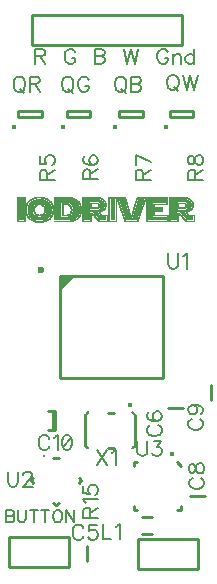
<source format=gto>
G04 DipTrace Beta 2.3.5.2*
%INIoDriverRevC.gto*%
%MOIN*%
%ADD10C,0.0098*%
%ADD12C,0.003*%
%ADD13C,0.0061*%
%ADD16C,0.0118*%
%ADD18C,0.0157*%
%ADD24C,0.0236*%
%ADD29C,0.0154*%
%ADD35O,0.0154X0.0162*%
%ADD93C,0.0077*%
%FSLAX44Y44*%
G04*
G70*
G90*
G75*
G01*
%LNTopSilk*%
%LPD*%
X6777Y4247D2*
D10*
Y4758D1*
X9497Y9354D2*
X10008D1*
X10217Y6422D2*
X10728D1*
X10916Y10133D2*
Y9622D1*
X5658Y9248D2*
Y8619D1*
X5732Y9248D2*
Y8619D1*
Y9248D2*
X5497D1*
X5732Y8619D2*
X5497D1*
X10503Y4003D2*
X8503D1*
Y5003D1*
X10503D1*
Y4003D1*
X9957Y21461D2*
X4957D1*
Y22461D1*
X9957D1*
Y21461D1*
X4190Y5065D2*
X6190D1*
Y4065D1*
X4190D1*
Y5065D1*
X8945Y5714D2*
X8630D1*
X8945Y5163D2*
X8630D1*
D29*
X7734Y18724D3*
X7865Y19068D2*
D10*
X8652D1*
Y19264D1*
X7865D1*
Y19068D1*
D29*
X5984Y18724D3*
X6115Y19068D2*
D10*
X6902D1*
Y19264D1*
X6115D1*
Y19068D1*
D29*
X4359Y18724D3*
X4490Y19068D2*
D10*
X5277D1*
Y19264D1*
X4490D1*
Y19068D1*
D29*
X9421Y18723D3*
X9553Y19067D2*
D10*
X10340D1*
Y19264D1*
X9553D1*
Y19067D1*
X5909Y13765D2*
X9334D1*
Y10340D1*
X5909D1*
Y13765D1*
D24*
X5260Y13943D3*
G36*
X5917Y13750D2*
X6291Y13742D1*
X5917Y13750D1*
G37*
G36*
X5968Y13785D2*
X6441D1*
X5890Y13234D1*
X5968Y13785D1*
G37*
X6512Y7036D2*
D10*
X6595Y6953D1*
X6512Y6869D1*
X5676Y6201D2*
X5760Y6118D1*
X5843Y6201D2*
X5760Y6118D1*
X4925Y6953D2*
X5008Y6870D1*
Y7036D2*
X4925Y6953D1*
D16*
X5370Y7760D3*
X5843Y7705D2*
D10*
X5676Y7704D1*
X9805Y7543D2*
X9923Y7425D1*
X8348Y7543D2*
Y7425D1*
Y7543D2*
X8466D1*
X8348Y5967D2*
X8466D1*
X8348D2*
Y6086D1*
X9923Y5967D2*
X9805D1*
X9923D2*
Y6086D1*
D35*
X9626Y7816D3*
X7482Y9198D2*
D10*
X7679D1*
X8395Y9119D2*
Y8095D1*
X7482Y8017D2*
X7679D1*
X6741Y8095D2*
Y9119D1*
X6820Y9198D2*
G02X6741Y9119I-79J0D01*
G01*
X8395D2*
G02X8316Y9198I0J79D01*
G01*
X6741Y8095D2*
G02X6820Y8017I0J-79D01*
G01*
X8316D2*
G02X8395Y8095I79J0D01*
G01*
D18*
X8228Y9448D3*
X5096Y16390D2*
D12*
X5305D1*
X4467Y16375D2*
X4722D1*
X5040D2*
X5359D1*
X5709D2*
X6278D1*
X6637D2*
X7205D1*
X7504D2*
X8058D1*
X8447D2*
X9449D1*
X9539D2*
X10108D1*
X4467Y16360D2*
X4722D1*
X4993D2*
X5084D1*
X5299D2*
X5406D1*
X5709D2*
X6326D1*
X6637D2*
X7247D1*
X7504D2*
X8065D1*
X8439D2*
X9449D1*
X9539D2*
X10149D1*
X4467Y16345D2*
X4482D1*
X4707D2*
X4722D1*
X4954D2*
X5033D1*
X5359D2*
X5444D1*
X6287D2*
X6369D1*
X6637D2*
X6652D1*
X7217D2*
X7281D1*
X7504D2*
X7519D1*
X7744D2*
X7806D1*
X8040D2*
X8070D1*
X8433D2*
X8447D1*
X8734D2*
X8791D1*
X9434D2*
X9449D1*
X9539D2*
X9554D1*
X10120D2*
X10183D1*
X4467Y16330D2*
X4482D1*
X4707D2*
X4722D1*
X4922D2*
X4990D1*
X5407D2*
X5475D1*
X6334D2*
X6403D1*
X6637D2*
X6652D1*
X7255D2*
X7309D1*
X7504D2*
X7519D1*
X7744D2*
X7810D1*
X8049D2*
X8074D1*
X8428D2*
X8446D1*
X8723D2*
X8731D1*
X8761D2*
X8791D1*
X9434D2*
X9449D1*
X9539D2*
X9554D1*
X10158D2*
X10211D1*
X4467Y16315D2*
X4482D1*
X4542D2*
X4647D1*
X4707D2*
X4722D1*
X4897D2*
X4953D1*
X5111D2*
X5290D1*
X5444D2*
X5500D1*
X5709D2*
X6278D1*
X6373D2*
X6431D1*
X6637D2*
X6652D1*
X6697D2*
X7190D1*
X7288D2*
X7332D1*
X7504D2*
X7519D1*
X7579D2*
X7684D1*
X7744D2*
X7759D1*
X7791D2*
X7814D1*
X7864D2*
X8013D1*
X8056D2*
X8078D1*
X8423D2*
X8444D1*
X8492D2*
X8671D1*
X8714D2*
X8729D1*
X8761D2*
X8791D1*
X8836D2*
X9389D1*
X9434D2*
X9449D1*
X9539D2*
X9554D1*
X9599D2*
X10093D1*
X10190D2*
X10234D1*
X4467Y16300D2*
X4482D1*
X4542D2*
X4647D1*
X4707D2*
X4722D1*
X4876D2*
X4922D1*
X5056D2*
X5343D1*
X5473D2*
X5522D1*
X5709D2*
X6321D1*
X6406D2*
X6452D1*
X6637D2*
X6652D1*
X6697D2*
X7226D1*
X7314D2*
X7351D1*
X7504D2*
X7519D1*
X7579D2*
X7684D1*
X7744D2*
X7759D1*
X7795D2*
X7819D1*
X7871D2*
X8015D1*
X8062D2*
X8083D1*
X8419D2*
X8441D1*
X8490D2*
X8666D1*
X8707D2*
X8725D1*
X8761D2*
X8791D1*
X8836D2*
X9389D1*
X9434D2*
X9449D1*
X9539D2*
X9554D1*
X9599D2*
X10129D1*
X10216D2*
X10254D1*
X4467Y16285D2*
X4482D1*
X4542D2*
X4647D1*
X4707D2*
X4722D1*
X4858D2*
X4896D1*
X5010D2*
X5387D1*
X5496D2*
X5541D1*
X5709D2*
X6359D1*
X6432D2*
X6470D1*
X6637D2*
X6652D1*
X6697D2*
X7258D1*
X7335D2*
X7368D1*
X7504D2*
X7519D1*
X7579D2*
X7684D1*
X7744D2*
X7759D1*
X7799D2*
X7824D1*
X7877D2*
X8019D1*
X8067D2*
X8088D1*
X8416D2*
X8436D1*
X8486D2*
X8661D1*
X8702D2*
X8721D1*
X8761D2*
X8791D1*
X8836D2*
X9389D1*
X9434D2*
X9449D1*
X9539D2*
X9554D1*
X9599D2*
X10161D1*
X10237D2*
X10270D1*
X4467Y16270D2*
X4482D1*
X4542D2*
X4647D1*
X4707D2*
X4722D1*
X4842D2*
X4876D1*
X4975D2*
X5423D1*
X5516D2*
X5558D1*
X5709D2*
X6391D1*
X6453D2*
X6486D1*
X6637D2*
X6652D1*
X6697D2*
X7284D1*
X7352D2*
X7381D1*
X7504D2*
X7519D1*
X7579D2*
X7684D1*
X7744D2*
X7759D1*
X7804D2*
X7829D1*
X7883D2*
X8024D1*
X8071D2*
X8093D1*
X8411D2*
X8432D1*
X8481D2*
X8656D1*
X8696D2*
X8716D1*
X8761D2*
X8791D1*
X8836D2*
X9389D1*
X9434D2*
X9449D1*
X9539D2*
X9554D1*
X9599D2*
X10187D1*
X10255D2*
X10283D1*
X4467Y16255D2*
X4482D1*
X4542D2*
X4647D1*
X4707D2*
X4722D1*
X4827D2*
X4858D1*
X4947D2*
X5452D1*
X5533D2*
X5572D1*
X5709D2*
X6417D1*
X6470D2*
X6501D1*
X6637D2*
X6652D1*
X6697D2*
X7305D1*
X7366D2*
X7391D1*
X7504D2*
X7519D1*
X7579D2*
X7684D1*
X7744D2*
X7759D1*
X7809D2*
X7833D1*
X7888D2*
X8028D1*
X8074D2*
X8098D1*
X8407D2*
X8427D1*
X8477D2*
X8651D1*
X8691D2*
X8711D1*
X8761D2*
X8791D1*
X8836D2*
X9389D1*
X9434D2*
X9449D1*
X9539D2*
X9554D1*
X9599D2*
X10207D1*
X10268D2*
X10293D1*
X4467Y16240D2*
X4482D1*
X4542D2*
X4647D1*
X4707D2*
X4722D1*
X4812D2*
X4843D1*
X4924D2*
X5476D1*
X5547D2*
X5583D1*
X5709D2*
X6437D1*
X6486D2*
X6514D1*
X6637D2*
X6652D1*
X6697D2*
X7320D1*
X7376D2*
X7398D1*
X7504D2*
X7519D1*
X7579D2*
X7684D1*
X7744D2*
X7759D1*
X7814D2*
X7839D1*
X7893D2*
X8033D1*
X8079D2*
X8103D1*
X8402D2*
X8422D1*
X8472D2*
X8644D1*
X8686D2*
X8706D1*
X8761D2*
X8791D1*
X8836D2*
X9389D1*
X9434D2*
X9449D1*
X9539D2*
X9554D1*
X9599D2*
X10222D1*
X10278D2*
X10300D1*
X4467Y16225D2*
X4482D1*
X4542D2*
X4647D1*
X4707D2*
X4722D1*
X4799D2*
X4829D1*
X4905D2*
X5495D1*
X5560D2*
X5594D1*
X5709D2*
X6453D1*
X6499D2*
X6525D1*
X6637D2*
X6652D1*
X6697D2*
X6876D1*
X7190D2*
X7331D1*
X7383D2*
X7404D1*
X7504D2*
X7519D1*
X7579D2*
X7684D1*
X7744D2*
X7759D1*
X7819D2*
X7844D1*
X7898D2*
X8038D1*
X8083D2*
X8108D1*
X8397D2*
X8417D1*
X8467D2*
X8638D1*
X8681D2*
X8701D1*
X8761D2*
X8791D1*
X8836D2*
X9389D1*
X9434D2*
X9449D1*
X9539D2*
X9554D1*
X9599D2*
X9778D1*
X10092D2*
X10233D1*
X10285D2*
X10306D1*
X4467Y16210D2*
X4482D1*
X4542D2*
X4647D1*
X4707D2*
X4722D1*
X4788D2*
X4818D1*
X4888D2*
X5114D1*
X5267D2*
X5511D1*
X5573D2*
X5604D1*
X5769D2*
X5904D1*
X6187D2*
X6465D1*
X6510D2*
X6534D1*
X6637D2*
X6652D1*
X6697D2*
X6876D1*
X7203D2*
X7338D1*
X7389D2*
X7409D1*
X7504D2*
X7519D1*
X7579D2*
X7684D1*
X7744D2*
X7759D1*
X7824D2*
X7848D1*
X7903D2*
X8043D1*
X8088D2*
X8112D1*
X8392D2*
X8412D1*
X8462D2*
X8632D1*
X8676D2*
X8696D1*
X8761D2*
X8791D1*
X8836D2*
X8956D1*
X9434D2*
X9449D1*
X9539D2*
X9554D1*
X9599D2*
X9778D1*
X10105D2*
X10240D1*
X10291D2*
X10311D1*
X4467Y16195D2*
X4482D1*
X4542D2*
X4647D1*
X4707D2*
X4722D1*
X4780D2*
X4809D1*
X4874D2*
X5078D1*
X5310D2*
X5523D1*
X5583D2*
X5614D1*
X5769D2*
X5904D1*
X6215D2*
X6474D1*
X6520D2*
X6543D1*
X6637D2*
X6652D1*
X6697D2*
X6876D1*
X6906D2*
X7160D1*
X7213D2*
X7344D1*
X7394D2*
X7413D1*
X7504D2*
X7519D1*
X7579D2*
X7684D1*
X7744D2*
X7759D1*
X7829D2*
X7854D1*
X7908D2*
X8048D1*
X8093D2*
X8116D1*
X8387D2*
X8408D1*
X8457D2*
X8627D1*
X8671D2*
X8691D1*
X8761D2*
X8791D1*
X8836D2*
X8956D1*
X9434D2*
X9449D1*
X9539D2*
X9554D1*
X9599D2*
X9778D1*
X9808D2*
X10063D1*
X10116D2*
X10247D1*
X10296D2*
X10315D1*
X4467Y16180D2*
X4482D1*
X4542D2*
X4647D1*
X4707D2*
X4722D1*
X4773D2*
X4801D1*
X4863D2*
X5049D1*
X5126D2*
X5260D1*
X5341D2*
X5534D1*
X5592D2*
X5622D1*
X5709D2*
X5724D1*
X5769D2*
X5904D1*
X5964D2*
X6158D1*
X6238D2*
X6483D1*
X6528D2*
X6551D1*
X6637D2*
X6652D1*
X6697D2*
X6876D1*
X6906D2*
X7170D1*
X7222D2*
X7349D1*
X7397D2*
X7416D1*
X7504D2*
X7519D1*
X7579D2*
X7684D1*
X7744D2*
X7759D1*
X7833D2*
X7859D1*
X7913D2*
X8053D1*
X8098D2*
X8119D1*
X8382D2*
X8404D1*
X8452D2*
X8622D1*
X8666D2*
X8686D1*
X8761D2*
X8791D1*
X8836D2*
X8956D1*
X9434D2*
X9449D1*
X9539D2*
X9554D1*
X9599D2*
X9778D1*
X9808D2*
X10072D1*
X10124D2*
X10251D1*
X10299D2*
X10318D1*
X4467Y16165D2*
X4482D1*
X4542D2*
X4647D1*
X4707D2*
X4722D1*
X4767D2*
X4794D1*
X4854D2*
X5027D1*
X5099D2*
X5289D1*
X5364D2*
X5544D1*
X5600D2*
X5628D1*
X5709D2*
X5724D1*
X5769D2*
X5904D1*
X5964D2*
X6184D1*
X6256D2*
X6490D1*
X6536D2*
X6558D1*
X6637D2*
X6652D1*
X6697D2*
X6876D1*
X6906D2*
X6936D1*
X7145D2*
X7178D1*
X7228D2*
X7352D1*
X7399D2*
X7420D1*
X7504D2*
X7519D1*
X7579D2*
X7684D1*
X7744D2*
X7759D1*
X7839D2*
X7863D1*
X7918D2*
X8056D1*
X8103D2*
X8124D1*
X8378D2*
X8401D1*
X8449D2*
X8616D1*
X8661D2*
X8681D1*
X8761D2*
X8791D1*
X8836D2*
X8956D1*
X9001D2*
X9449D1*
X9539D2*
X9554D1*
X9599D2*
X9778D1*
X9808D2*
X9838D1*
X10047D2*
X10080D1*
X10131D2*
X10255D1*
X10301D2*
X10323D1*
X4467Y16150D2*
X4482D1*
X4542D2*
X4647D1*
X4707D2*
X4722D1*
X4761D2*
X4787D1*
X4846D2*
X5011D1*
X5076D2*
X5312D1*
X5380D2*
X5554D1*
X5607D2*
X5634D1*
X5709D2*
X5724D1*
X5769D2*
X5904D1*
X5964D2*
X6206D1*
X6270D2*
X6496D1*
X6543D2*
X6565D1*
X6637D2*
X6652D1*
X6697D2*
X6876D1*
X6906D2*
X6936D1*
X7157D2*
X7184D1*
X7232D2*
X7354D1*
X7399D2*
X7424D1*
X7504D2*
X7519D1*
X7579D2*
X7684D1*
X7744D2*
X7759D1*
X7844D2*
X7869D1*
X7923D2*
X8059D1*
X8108D2*
X8128D1*
X8374D2*
X8396D1*
X8446D2*
X8612D1*
X8656D2*
X8674D1*
X8761D2*
X8791D1*
X8836D2*
X8956D1*
X9001D2*
X9449D1*
X9539D2*
X9554D1*
X9599D2*
X9778D1*
X9808D2*
X9838D1*
X10060D2*
X10086D1*
X10134D2*
X10256D1*
X10302D2*
X10326D1*
X4467Y16136D2*
X4482D1*
X4542D2*
X4647D1*
X4707D2*
X4725D1*
X4754D2*
X4782D1*
X4838D2*
X4999D1*
X5058D2*
X5127D1*
X5254D2*
X5329D1*
X5393D2*
X5562D1*
X5614D2*
X5639D1*
X5709D2*
X5724D1*
X5769D2*
X5904D1*
X5964D2*
X5978D1*
X6155D2*
X6223D1*
X6281D2*
X6502D1*
X6550D2*
X6571D1*
X6637D2*
X6652D1*
X6697D2*
X6876D1*
X6906D2*
X6936D1*
X7166D2*
X7187D1*
X7234D2*
X7354D1*
X7400D2*
X7425D1*
X7504D2*
X7519D1*
X7579D2*
X7684D1*
X7744D2*
X7759D1*
X7848D2*
X7874D1*
X7928D2*
X8064D1*
X8112D2*
X8133D1*
X8371D2*
X8392D1*
X8441D2*
X8607D1*
X8651D2*
X8668D1*
X8761D2*
X8791D1*
X8836D2*
X8956D1*
X9001D2*
X9015D1*
X9539D2*
X9554D1*
X9599D2*
X9778D1*
X9808D2*
X9838D1*
X10068D2*
X10090D1*
X10136D2*
X10257D1*
X10302D2*
X10327D1*
X4467Y16121D2*
X4482D1*
X4542D2*
X4647D1*
X4707D2*
X4730D1*
X4746D2*
X4777D1*
X4832D2*
X4989D1*
X5044D2*
X5101D1*
X5286D2*
X5342D1*
X5402D2*
X5568D1*
X5619D2*
X5644D1*
X5709D2*
X5724D1*
X5769D2*
X5904D1*
X5964D2*
X5978D1*
X6178D2*
X6235D1*
X6292D2*
X6507D1*
X6556D2*
X6575D1*
X6637D2*
X6652D1*
X6697D2*
X6876D1*
X6906D2*
X6936D1*
X7172D2*
X7189D1*
X7235D2*
X7354D1*
X7400D2*
X7422D1*
X7504D2*
X7519D1*
X7579D2*
X7684D1*
X7744D2*
X7759D1*
X7854D2*
X7878D1*
X7933D2*
X8068D1*
X8116D2*
X8138D1*
X8366D2*
X8387D1*
X8437D2*
X8601D1*
X8644D2*
X8662D1*
X8761D2*
X8791D1*
X8836D2*
X8956D1*
X9001D2*
X9015D1*
X9539D2*
X9554D1*
X9599D2*
X9778D1*
X9808D2*
X9838D1*
X10074D2*
X10091D1*
X10137D2*
X10256D1*
X10302D2*
X10325D1*
X4467Y16106D2*
X4482D1*
X4542D2*
X4647D1*
X4707D2*
X4772D1*
X4827D2*
X4980D1*
X5034D2*
X5081D1*
X5309D2*
X5352D1*
X5408D2*
X5574D1*
X5624D2*
X5647D1*
X5709D2*
X5724D1*
X5769D2*
X5904D1*
X5964D2*
X5978D1*
X6196D2*
X6246D1*
X6299D2*
X6512D1*
X6559D2*
X6578D1*
X6637D2*
X6652D1*
X6697D2*
X6876D1*
X6906D2*
X6936D1*
X7172D2*
X7190D1*
X7235D2*
X7352D1*
X7399D2*
X7419D1*
X7504D2*
X7519D1*
X7579D2*
X7684D1*
X7744D2*
X7759D1*
X7859D2*
X7883D1*
X7938D2*
X8073D1*
X8119D2*
X8142D1*
X8362D2*
X8382D1*
X8432D2*
X8597D1*
X8638D2*
X8657D1*
X8761D2*
X8791D1*
X8836D2*
X8956D1*
X9001D2*
X9015D1*
X9539D2*
X9554D1*
X9599D2*
X9778D1*
X9808D2*
X9838D1*
X10074D2*
X10092D1*
X10137D2*
X10255D1*
X10301D2*
X10322D1*
X4467Y16091D2*
X4482D1*
X4542D2*
X4647D1*
X4707D2*
X4769D1*
X4822D2*
X4973D1*
X5026D2*
X5066D1*
X5325D2*
X5361D1*
X5414D2*
X5579D1*
X5629D2*
X5651D1*
X5709D2*
X5724D1*
X5769D2*
X5904D1*
X5964D2*
X5978D1*
X6209D2*
X6254D1*
X6304D2*
X6514D1*
X6561D2*
X6582D1*
X6637D2*
X6652D1*
X6697D2*
X6876D1*
X6906D2*
X6936D1*
X7166D2*
X7189D1*
X7235D2*
X7348D1*
X7397D2*
X7416D1*
X7504D2*
X7519D1*
X7579D2*
X7684D1*
X7744D2*
X7759D1*
X7863D2*
X7889D1*
X7943D2*
X8078D1*
X8124D2*
X8146D1*
X8357D2*
X8377D1*
X8427D2*
X8592D1*
X8632D2*
X8652D1*
X8761D2*
X8791D1*
X8836D2*
X8956D1*
X9001D2*
X9015D1*
X9539D2*
X9554D1*
X9599D2*
X9778D1*
X9808D2*
X9838D1*
X10068D2*
X10092D1*
X10137D2*
X10251D1*
X10300D2*
X10319D1*
X4467Y16076D2*
X4482D1*
X4542D2*
X4647D1*
X4707D2*
X4765D1*
X4817D2*
X4968D1*
X5018D2*
X5053D1*
X5336D2*
X5368D1*
X5420D2*
X5584D1*
X5632D2*
X5655D1*
X5709D2*
X5724D1*
X5769D2*
X5904D1*
X5964D2*
X5978D1*
X6219D2*
X6259D1*
X6309D2*
X6516D1*
X6562D2*
X6587D1*
X6637D2*
X6652D1*
X6697D2*
X6876D1*
X6906D2*
X6936D1*
X7156D2*
X7187D1*
X7235D2*
X7342D1*
X7393D2*
X7413D1*
X7504D2*
X7519D1*
X7579D2*
X7684D1*
X7744D2*
X7759D1*
X7869D2*
X7893D1*
X7948D2*
X8083D1*
X8128D2*
X8149D1*
X8352D2*
X8372D1*
X8422D2*
X8587D1*
X8627D2*
X8646D1*
X8761D2*
X8791D1*
X8836D2*
X8956D1*
X9001D2*
X9015D1*
X9539D2*
X9554D1*
X9599D2*
X9778D1*
X9808D2*
X9838D1*
X10058D2*
X10089D1*
X10137D2*
X10245D1*
X10295D2*
X10315D1*
X4467Y16061D2*
X4482D1*
X4542D2*
X4647D1*
X4707D2*
X4761D1*
X4814D2*
X4964D1*
X5012D2*
X5045D1*
X5345D2*
X5374D1*
X5425D2*
X5587D1*
X5633D2*
X5659D1*
X5709D2*
X5724D1*
X5769D2*
X5904D1*
X5964D2*
X5978D1*
X6226D2*
X6262D1*
X6313D2*
X6517D1*
X6562D2*
X6589D1*
X6637D2*
X6652D1*
X6697D2*
X6876D1*
X6906D2*
X6936D1*
X7144D2*
X7181D1*
X7233D2*
X7336D1*
X7387D2*
X7408D1*
X7504D2*
X7519D1*
X7579D2*
X7684D1*
X7744D2*
X7759D1*
X7875D2*
X7898D1*
X7953D2*
X8088D1*
X8133D2*
X8153D1*
X8347D2*
X8367D1*
X8417D2*
X8582D1*
X8622D2*
X8642D1*
X8761D2*
X8791D1*
X8836D2*
X8956D1*
X9001D2*
X9015D1*
X9539D2*
X9554D1*
X9599D2*
X9778D1*
X9808D2*
X9838D1*
X10046D2*
X10083D1*
X10135D2*
X10238D1*
X10290D2*
X10311D1*
X4467Y16046D2*
X4482D1*
X4542D2*
X4647D1*
X4707D2*
X4757D1*
X4813D2*
X4962D1*
X5009D2*
X5039D1*
X5353D2*
X5377D1*
X5430D2*
X5588D1*
X5635D2*
X5662D1*
X5709D2*
X5724D1*
X5769D2*
X5904D1*
X5964D2*
X5978D1*
X6232D2*
X6265D1*
X6317D2*
X6519D1*
X6564D2*
X6591D1*
X6637D2*
X6652D1*
X6697D2*
X6876D1*
X6906D2*
X7172D1*
X7228D2*
X7327D1*
X7380D2*
X7402D1*
X7504D2*
X7519D1*
X7579D2*
X7684D1*
X7744D2*
X7759D1*
X7882D2*
X7903D1*
X7958D2*
X8093D1*
X8138D2*
X8158D1*
X8342D2*
X8363D1*
X8412D2*
X8576D1*
X8616D2*
X8636D1*
X8761D2*
X8791D1*
X8836D2*
X8956D1*
X9001D2*
X9300D1*
X9539D2*
X9554D1*
X9599D2*
X9778D1*
X9808D2*
X10074D1*
X10131D2*
X10230D1*
X10283D2*
X10305D1*
X4467Y16031D2*
X4482D1*
X4542D2*
X4647D1*
X4707D2*
X4754D1*
X4812D2*
X4962D1*
X5007D2*
X5035D1*
X5359D2*
X5379D1*
X5434D2*
X5589D1*
X5637D2*
X5663D1*
X5709D2*
X5724D1*
X5769D2*
X5904D1*
X5964D2*
X5978D1*
X6238D2*
X6269D1*
X6320D2*
X6523D1*
X6568D2*
X6591D1*
X6637D2*
X6652D1*
X6697D2*
X6876D1*
X6906D2*
X7160D1*
X7222D2*
X7316D1*
X7373D2*
X7396D1*
X7504D2*
X7519D1*
X7579D2*
X7684D1*
X7744D2*
X7759D1*
X7888D2*
X7908D1*
X7963D2*
X8098D1*
X8143D2*
X8163D1*
X8337D2*
X8359D1*
X8408D2*
X8570D1*
X8612D2*
X8631D1*
X8761D2*
X8791D1*
X8836D2*
X8956D1*
X9001D2*
X9300D1*
X9539D2*
X9554D1*
X9599D2*
X9778D1*
X9808D2*
X10063D1*
X10124D2*
X10218D1*
X10275D2*
X10298D1*
X4467Y16016D2*
X4482D1*
X4542D2*
X4647D1*
X4707D2*
X4753D1*
X4812D2*
X4961D1*
X5007D2*
X5031D1*
X5362D2*
X5382D1*
X5437D2*
X5589D1*
X5640D2*
X5664D1*
X5709D2*
X5724D1*
X5769D2*
X5904D1*
X5964D2*
X5978D1*
X6242D2*
X6273D1*
X6321D2*
X6527D1*
X6572D2*
X6592D1*
X6637D2*
X6652D1*
X6697D2*
X6876D1*
X7213D2*
X7300D1*
X7363D2*
X7388D1*
X7504D2*
X7519D1*
X7579D2*
X7684D1*
X7744D2*
X7759D1*
X7893D2*
X7913D1*
X7966D2*
X8103D1*
X8148D2*
X8168D1*
X8333D2*
X8356D1*
X8404D2*
X8563D1*
X8607D2*
X8627D1*
X8761D2*
X8791D1*
X8836D2*
X8956D1*
X9270D2*
X9300D1*
X9539D2*
X9554D1*
X9599D2*
X9778D1*
X10116D2*
X10203D1*
X10266D2*
X10290D1*
X4467Y16001D2*
X4482D1*
X4542D2*
X4647D1*
X4707D2*
X4752D1*
X4812D2*
X4961D1*
X5006D2*
X5026D1*
X5364D2*
X5385D1*
X5439D2*
X5589D1*
X5644D2*
X5664D1*
X5709D2*
X5724D1*
X5769D2*
X5904D1*
X5964D2*
X5978D1*
X6245D2*
X6275D1*
X6322D2*
X6530D1*
X6574D2*
X6592D1*
X6637D2*
X6652D1*
X6697D2*
X6876D1*
X7202D2*
X7281D1*
X7351D2*
X7378D1*
X7504D2*
X7519D1*
X7579D2*
X7684D1*
X7744D2*
X7759D1*
X7898D2*
X7918D1*
X7970D2*
X8108D1*
X8153D2*
X8173D1*
X8329D2*
X8352D1*
X8401D2*
X8557D1*
X8601D2*
X8621D1*
X8761D2*
X8791D1*
X8836D2*
X8956D1*
X9270D2*
X9300D1*
X9539D2*
X9554D1*
X9599D2*
X9778D1*
X10105D2*
X10183D1*
X10254D2*
X10281D1*
X4467Y15986D2*
X4482D1*
X4542D2*
X4647D1*
X4707D2*
X4752D1*
X4812D2*
X4961D1*
X5006D2*
X5024D1*
X5365D2*
X5387D1*
X5439D2*
X5589D1*
X5647D2*
X5664D1*
X5709D2*
X5724D1*
X5769D2*
X5904D1*
X5964D2*
X5978D1*
X6247D2*
X6277D1*
X6322D2*
X6530D1*
X6575D2*
X6592D1*
X6637D2*
X6652D1*
X6697D2*
X6876D1*
X7189D2*
X7258D1*
X7335D2*
X7367D1*
X7504D2*
X7519D1*
X7579D2*
X7684D1*
X7744D2*
X7759D1*
X7903D2*
X7923D1*
X7974D2*
X8112D1*
X8157D2*
X8178D1*
X8326D2*
X8347D1*
X8396D2*
X8552D1*
X8597D2*
X8615D1*
X8761D2*
X8791D1*
X8836D2*
X9225D1*
X9270D2*
X9300D1*
X9539D2*
X9554D1*
X9599D2*
X9778D1*
X10091D2*
X10160D1*
X10238D2*
X10269D1*
X4467Y15971D2*
X4482D1*
X4542D2*
X4647D1*
X4707D2*
X4752D1*
X4812D2*
X4961D1*
X5006D2*
X5025D1*
X5365D2*
X5386D1*
X5440D2*
X5589D1*
X5648D2*
X5664D1*
X5709D2*
X5724D1*
X5769D2*
X5904D1*
X5964D2*
X5978D1*
X6247D2*
X6277D1*
X6322D2*
X6529D1*
X6574D2*
X6592D1*
X6637D2*
X6652D1*
X6697D2*
X7232D1*
X7315D2*
X7353D1*
X7504D2*
X7519D1*
X7579D2*
X7684D1*
X7744D2*
X7759D1*
X7908D2*
X7929D1*
X7979D2*
X8116D1*
X8161D2*
X8183D1*
X8322D2*
X8342D1*
X8392D2*
X8547D1*
X8592D2*
X8608D1*
X8761D2*
X8791D1*
X8836D2*
X9225D1*
X9270D2*
X9300D1*
X9539D2*
X9554D1*
X9599D2*
X10134D1*
X10217D2*
X10255D1*
X4467Y15956D2*
X4482D1*
X4542D2*
X4647D1*
X4707D2*
X4752D1*
X4812D2*
X4961D1*
X5006D2*
X5027D1*
X5365D2*
X5384D1*
X5440D2*
X5589D1*
X5646D2*
X5664D1*
X5709D2*
X5724D1*
X5769D2*
X5904D1*
X5964D2*
X5978D1*
X6247D2*
X6275D1*
X6322D2*
X6526D1*
X6571D2*
X6592D1*
X6637D2*
X6652D1*
X6697D2*
X7204D1*
X7288D2*
X7336D1*
X7504D2*
X7519D1*
X7579D2*
X7684D1*
X7744D2*
X7759D1*
X7913D2*
X7935D1*
X7983D2*
X8119D1*
X8164D2*
X8187D1*
X8317D2*
X8337D1*
X8387D2*
X8542D1*
X8587D2*
X8602D1*
X8761D2*
X8791D1*
X8836D2*
X8956D1*
X9270D2*
X9300D1*
X9539D2*
X9554D1*
X9599D2*
X10106D1*
X10191D2*
X10239D1*
X4467Y15941D2*
X4482D1*
X4542D2*
X4647D1*
X4707D2*
X4752D1*
X4812D2*
X4961D1*
X5007D2*
X5031D1*
X5364D2*
X5382D1*
X5439D2*
X5589D1*
X5643D2*
X5664D1*
X5709D2*
X5724D1*
X5769D2*
X5904D1*
X5964D2*
X5978D1*
X6245D2*
X6272D1*
X6320D2*
X6522D1*
X6567D2*
X6591D1*
X6637D2*
X6652D1*
X6697D2*
X7176D1*
X7258D2*
X7314D1*
X7504D2*
X7519D1*
X7579D2*
X7684D1*
X7744D2*
X7759D1*
X7918D2*
X7942D1*
X7988D2*
X8124D1*
X8168D2*
X8191D1*
X8312D2*
X8333D1*
X8382D2*
X8537D1*
X8582D2*
X8597D1*
X8761D2*
X8791D1*
X8836D2*
X8956D1*
X9270D2*
X9300D1*
X9539D2*
X9554D1*
X9599D2*
X10078D1*
X10160D2*
X10217D1*
X4467Y15926D2*
X4482D1*
X4542D2*
X4647D1*
X4707D2*
X4754D1*
X4812D2*
X4961D1*
X5009D2*
X5034D1*
X5363D2*
X5381D1*
X5437D2*
X5589D1*
X5639D2*
X5664D1*
X5709D2*
X5724D1*
X5769D2*
X5904D1*
X5964D2*
X5978D1*
X6242D2*
X6268D1*
X6316D2*
X6519D1*
X6564D2*
X6589D1*
X6637D2*
X6652D1*
X6697D2*
X7152D1*
X7228D2*
X7287D1*
X7504D2*
X7519D1*
X7579D2*
X7684D1*
X7744D2*
X7759D1*
X7923D2*
X7948D1*
X7993D2*
X8128D1*
X8173D2*
X8194D1*
X8307D2*
X8329D1*
X8377D2*
X8532D1*
X8576D2*
X8592D1*
X8761D2*
X8791D1*
X8836D2*
X8956D1*
X9001D2*
X9300D1*
X9539D2*
X9554D1*
X9599D2*
X10054D1*
X10131D2*
X10189D1*
X4467Y15911D2*
X4482D1*
X4542D2*
X4647D1*
X4707D2*
X4758D1*
X4812D2*
X4962D1*
X5012D2*
X5036D1*
X5359D2*
X5380D1*
X5434D2*
X5589D1*
X5637D2*
X5662D1*
X5709D2*
X5724D1*
X5769D2*
X5904D1*
X5964D2*
X5978D1*
X6238D2*
X6265D1*
X6313D2*
X6518D1*
X6563D2*
X6586D1*
X6637D2*
X6652D1*
X6697D2*
X7133D1*
X7204D2*
X7258D1*
X7504D2*
X7519D1*
X7579D2*
X7684D1*
X7744D2*
X7759D1*
X7928D2*
X7953D1*
X7998D2*
X8133D1*
X8178D2*
X8198D1*
X8302D2*
X8326D1*
X8372D2*
X8527D1*
X8570D2*
X8587D1*
X8761D2*
X8791D1*
X8836D2*
X8956D1*
X9001D2*
X9300D1*
X9539D2*
X9554D1*
X9599D2*
X10035D1*
X10107D2*
X10160D1*
X4467Y15896D2*
X4482D1*
X4542D2*
X4647D1*
X4707D2*
X4762D1*
X4814D2*
X4964D1*
X5017D2*
X5039D1*
X5355D2*
X5378D1*
X5430D2*
X5587D1*
X5635D2*
X5658D1*
X5709D2*
X5724D1*
X5769D2*
X5904D1*
X5964D2*
X5978D1*
X6235D2*
X6261D1*
X6309D2*
X6517D1*
X6562D2*
X6582D1*
X6637D2*
X6652D1*
X6697D2*
X6846D1*
X6981D2*
X7126D1*
X7185D2*
X7233D1*
X7504D2*
X7519D1*
X7579D2*
X7684D1*
X7744D2*
X7759D1*
X7933D2*
X7958D1*
X8003D2*
X8138D1*
X8183D2*
X8203D1*
X8297D2*
X8322D1*
X8367D2*
X8522D1*
X8563D2*
X8582D1*
X8761D2*
X8791D1*
X8836D2*
X8956D1*
X9001D2*
X9015D1*
X9539D2*
X9554D1*
X9599D2*
X9749D1*
X9883D2*
X10028D1*
X10087D2*
X10135D1*
X4467Y15881D2*
X4482D1*
X4542D2*
X4647D1*
X4707D2*
X4765D1*
X4818D2*
X4967D1*
X5021D2*
X5044D1*
X5349D2*
X5373D1*
X5427D2*
X5583D1*
X5632D2*
X5654D1*
X5709D2*
X5724D1*
X5769D2*
X5904D1*
X5964D2*
X5978D1*
X6231D2*
X6256D1*
X6306D2*
X6515D1*
X6562D2*
X6579D1*
X6637D2*
X6652D1*
X6697D2*
X6846D1*
X6996D2*
X7133D1*
X7188D2*
X7213D1*
X7504D2*
X7519D1*
X7579D2*
X7684D1*
X7744D2*
X7759D1*
X7938D2*
X7963D1*
X8008D2*
X8143D1*
X8188D2*
X8208D1*
X8292D2*
X8317D1*
X8363D2*
X8517D1*
X8557D2*
X8577D1*
X8761D2*
X8791D1*
X8836D2*
X8956D1*
X9001D2*
X9015D1*
X9539D2*
X9554D1*
X9599D2*
X9749D1*
X9898D2*
X10036D1*
X10090D2*
X10115D1*
X4467Y15866D2*
X4482D1*
X4542D2*
X4647D1*
X4707D2*
X4768D1*
X4822D2*
X4972D1*
X5027D2*
X5053D1*
X5342D2*
X5367D1*
X5425D2*
X5579D1*
X5628D2*
X5651D1*
X5709D2*
X5724D1*
X5769D2*
X5904D1*
X5964D2*
X5978D1*
X6224D2*
X6250D1*
X6301D2*
X6511D1*
X6559D2*
X6577D1*
X6637D2*
X6652D1*
X6697D2*
X6846D1*
X6891D2*
X6936D1*
X7011D2*
X7142D1*
X7194D2*
X7216D1*
X7504D2*
X7519D1*
X7579D2*
X7684D1*
X7744D2*
X7759D1*
X7944D2*
X7968D1*
X8013D2*
X8148D1*
X8193D2*
X8213D1*
X8288D2*
X8312D1*
X8359D2*
X8512D1*
X8552D2*
X8572D1*
X8761D2*
X8791D1*
X8836D2*
X8956D1*
X9001D2*
X9015D1*
X9539D2*
X9554D1*
X9599D2*
X9749D1*
X9793D2*
X9838D1*
X9913D2*
X10044D1*
X10096D2*
X10118D1*
X4467Y15851D2*
X4482D1*
X4542D2*
X4647D1*
X4707D2*
X4772D1*
X4827D2*
X4976D1*
X5034D2*
X5063D1*
X5330D2*
X5358D1*
X5422D2*
X5574D1*
X5624D2*
X5648D1*
X5709D2*
X5724D1*
X5769D2*
X5904D1*
X5964D2*
X5978D1*
X6213D2*
X6243D1*
X6295D2*
X6507D1*
X6556D2*
X6575D1*
X6637D2*
X6652D1*
X6697D2*
X6846D1*
X6891D2*
X6951D1*
X7026D2*
X7151D1*
X7202D2*
X7225D1*
X7504D2*
X7519D1*
X7579D2*
X7684D1*
X7744D2*
X7759D1*
X7950D2*
X7973D1*
X8018D2*
X8153D1*
X8198D2*
X8218D1*
X8284D2*
X8307D1*
X8356D2*
X8507D1*
X8547D2*
X8567D1*
X8761D2*
X8791D1*
X8836D2*
X8956D1*
X9001D2*
X9015D1*
X9539D2*
X9554D1*
X9599D2*
X9749D1*
X9793D2*
X9853D1*
X9928D2*
X10053D1*
X10104D2*
X10128D1*
X4467Y15836D2*
X4482D1*
X4542D2*
X4647D1*
X4707D2*
X4722D1*
X4754D2*
X4777D1*
X4832D2*
X4982D1*
X5043D2*
X5076D1*
X5314D2*
X5347D1*
X5416D2*
X5569D1*
X5619D2*
X5644D1*
X5709D2*
X5724D1*
X5769D2*
X5904D1*
X5964D2*
X5978D1*
X6197D2*
X6235D1*
X6288D2*
X6502D1*
X6551D2*
X6571D1*
X6637D2*
X6652D1*
X6697D2*
X6846D1*
X6891D2*
X6966D1*
X7041D2*
X7161D1*
X7211D2*
X7237D1*
X7504D2*
X7519D1*
X7579D2*
X7684D1*
X7744D2*
X7759D1*
X7957D2*
X7978D1*
X8023D2*
X8157D1*
X8202D2*
X8222D1*
X8281D2*
X8302D1*
X8352D2*
X8501D1*
X8542D2*
X8562D1*
X8761D2*
X8791D1*
X8836D2*
X8956D1*
X9001D2*
X9015D1*
X9539D2*
X9554D1*
X9599D2*
X9749D1*
X9793D2*
X9868D1*
X9943D2*
X10063D1*
X10113D2*
X10140D1*
X4467Y15821D2*
X4482D1*
X4542D2*
X4647D1*
X4707D2*
X4722D1*
X4758D2*
X4782D1*
X4839D2*
X4989D1*
X5055D2*
X5118D1*
X5270D2*
X5333D1*
X5408D2*
X5562D1*
X5614D2*
X5639D1*
X5709D2*
X5724D1*
X5769D2*
X5904D1*
X5964D2*
X5978D1*
X6147D2*
X6223D1*
X6280D2*
X6496D1*
X6547D2*
X6566D1*
X6637D2*
X6652D1*
X6697D2*
X6846D1*
X6891D2*
X6921D1*
X6951D2*
X6981D1*
X7056D2*
X7170D1*
X7220D2*
X7251D1*
X7504D2*
X7519D1*
X7579D2*
X7684D1*
X7744D2*
X7759D1*
X7963D2*
X7983D1*
X8028D2*
X8161D1*
X8206D2*
X8228D1*
X8277D2*
X8297D1*
X8347D2*
X8495D1*
X8537D2*
X8557D1*
X8761D2*
X8791D1*
X8836D2*
X8956D1*
X9001D2*
X9015D1*
X9539D2*
X9554D1*
X9599D2*
X9749D1*
X9793D2*
X9823D1*
X9853D2*
X9883D1*
X9958D2*
X10072D1*
X10122D2*
X10153D1*
X4467Y15806D2*
X4482D1*
X4542D2*
X4647D1*
X4707D2*
X4722D1*
X4762D2*
X4787D1*
X4846D2*
X4998D1*
X5073D2*
X5182D1*
X5205D2*
X5314D1*
X5399D2*
X5554D1*
X5607D2*
X5634D1*
X5709D2*
X5724D1*
X5769D2*
X5904D1*
X5964D2*
X5978D1*
X6066D2*
X6206D1*
X6269D2*
X6490D1*
X6541D2*
X6562D1*
X6637D2*
X6652D1*
X6697D2*
X6846D1*
X6891D2*
X6921D1*
X6966D2*
X6996D1*
X7071D2*
X7178D1*
X7228D2*
X7460D1*
X7504D2*
X7519D1*
X7579D2*
X7684D1*
X7744D2*
X7759D1*
X7968D2*
X7988D1*
X8033D2*
X8164D1*
X8209D2*
X8233D1*
X8272D2*
X8292D1*
X8342D2*
X8488D1*
X8532D2*
X8552D1*
X8761D2*
X8791D1*
X8836D2*
X8956D1*
X9001D2*
X9479D1*
X9539D2*
X9554D1*
X9599D2*
X9749D1*
X9793D2*
X9823D1*
X9868D2*
X9898D1*
X9973D2*
X10081D1*
X10131D2*
X10362D1*
X4467Y15791D2*
X4482D1*
X4542D2*
X4647D1*
X4707D2*
X4722D1*
X4767D2*
X4794D1*
X4853D2*
X5010D1*
X5097D2*
X5289D1*
X5387D2*
X5544D1*
X5600D2*
X5629D1*
X5769D2*
X5904D1*
X5964D2*
X6183D1*
X6252D2*
X6481D1*
X6534D2*
X6556D1*
X6637D2*
X6652D1*
X6697D2*
X6846D1*
X6891D2*
X6921D1*
X6981D2*
X7011D1*
X7086D2*
X7187D1*
X7235D2*
X7460D1*
X7504D2*
X7519D1*
X7579D2*
X7684D1*
X7744D2*
X7759D1*
X7973D2*
X7993D1*
X8038D2*
X8168D1*
X8213D2*
X8238D1*
X8267D2*
X8288D1*
X8337D2*
X8482D1*
X8527D2*
X8546D1*
X8761D2*
X8791D1*
X8836D2*
X8956D1*
X9001D2*
X9479D1*
X9539D2*
X9554D1*
X9599D2*
X9749D1*
X9793D2*
X9823D1*
X9883D2*
X9913D1*
X9988D2*
X10089D1*
X10138D2*
X10362D1*
X4467Y15776D2*
X4482D1*
X4542D2*
X4647D1*
X4707D2*
X4722D1*
X4772D2*
X4801D1*
X4863D2*
X5027D1*
X5126D2*
X5260D1*
X5369D2*
X5534D1*
X5593D2*
X5622D1*
X5769D2*
X5904D1*
X5964D2*
X6158D1*
X6230D2*
X6472D1*
X6526D2*
X6550D1*
X6637D2*
X6652D1*
X6697D2*
X6846D1*
X6891D2*
X6921D1*
X6996D2*
X7026D1*
X7101D2*
X7196D1*
X7445D2*
X7460D1*
X7504D2*
X7519D1*
X7579D2*
X7684D1*
X7744D2*
X7759D1*
X7978D2*
X7998D1*
X8043D2*
X8173D1*
X8218D2*
X8245D1*
X8260D2*
X8284D1*
X8332D2*
X8477D1*
X8522D2*
X8540D1*
X8761D2*
X8791D1*
X8836D2*
X8956D1*
X9464D2*
X9479D1*
X9539D2*
X9554D1*
X9599D2*
X9749D1*
X9793D2*
X9823D1*
X9898D2*
X9928D1*
X10003D2*
X10099D1*
X10347D2*
X10362D1*
X4467Y15761D2*
X4482D1*
X4542D2*
X4647D1*
X4707D2*
X4722D1*
X4779D2*
X4809D1*
X4874D2*
X5055D1*
X5338D2*
X5524D1*
X5584D2*
X5615D1*
X5769D2*
X5904D1*
X6201D2*
X6462D1*
X6516D2*
X6543D1*
X6637D2*
X6652D1*
X6697D2*
X6846D1*
X6891D2*
X6921D1*
X7011D2*
X7041D1*
X7115D2*
X7208D1*
X7445D2*
X7460D1*
X7504D2*
X7519D1*
X7579D2*
X7684D1*
X7744D2*
X7759D1*
X7983D2*
X8003D1*
X8048D2*
X8178D1*
X8223D2*
X8281D1*
X8327D2*
X8472D1*
X8517D2*
X8533D1*
X8761D2*
X8791D1*
X8836D2*
X8956D1*
X9464D2*
X9479D1*
X9539D2*
X9554D1*
X9599D2*
X9749D1*
X9793D2*
X9823D1*
X9913D2*
X9943D1*
X10018D2*
X10110D1*
X10347D2*
X10362D1*
X4467Y15747D2*
X4482D1*
X4542D2*
X4647D1*
X4707D2*
X4722D1*
X4788D2*
X4818D1*
X4888D2*
X5109D1*
X5280D2*
X5511D1*
X5574D2*
X5607D1*
X5709D2*
X5904D1*
X6166D2*
X6452D1*
X6507D2*
X6535D1*
X6637D2*
X6652D1*
X6697D2*
X6846D1*
X6891D2*
X6921D1*
X7026D2*
X7056D1*
X7130D2*
X7385D1*
X7445D2*
X7460D1*
X7504D2*
X7519D1*
X7579D2*
X7684D1*
X7744D2*
X7759D1*
X7988D2*
X8008D1*
X8053D2*
X8183D1*
X8230D2*
X8275D1*
X8322D2*
X8467D1*
X8512D2*
X8527D1*
X8761D2*
X8791D1*
X8836D2*
X8956D1*
X9464D2*
X9479D1*
X9539D2*
X9554D1*
X9599D2*
X9749D1*
X9793D2*
X9823D1*
X9928D2*
X9958D1*
X10033D2*
X10287D1*
X10347D2*
X10362D1*
X4467Y15732D2*
X4482D1*
X4542D2*
X4647D1*
X4707D2*
X4722D1*
X4799D2*
X4829D1*
X4902D2*
X5197D1*
X5184D2*
X5496D1*
X5564D2*
X5598D1*
X5709D2*
X6439D1*
X6497D2*
X6526D1*
X6637D2*
X6652D1*
X6697D2*
X6846D1*
X6891D2*
X6921D1*
X7041D2*
X7071D1*
X7145D2*
X7385D1*
X7445D2*
X7460D1*
X7504D2*
X7519D1*
X7579D2*
X7684D1*
X7744D2*
X7759D1*
X7993D2*
X8013D1*
X8058D2*
X8187D1*
X8238D2*
X8267D1*
X8318D2*
X8462D1*
X8507D2*
X8522D1*
X8761D2*
X8791D1*
X8836D2*
X9419D1*
X9464D2*
X9479D1*
X9539D2*
X9554D1*
X9599D2*
X9749D1*
X9793D2*
X9823D1*
X9943D2*
X9973D1*
X10048D2*
X10287D1*
X10347D2*
X10362D1*
X4467Y15717D2*
X4482D1*
X4542D2*
X4647D1*
X4707D2*
X4722D1*
X4810D2*
X4843D1*
X4920D2*
X5477D1*
X5553D2*
X5587D1*
X5709D2*
X6423D1*
X6484D2*
X6514D1*
X6637D2*
X6652D1*
X6697D2*
X6846D1*
X6891D2*
X6921D1*
X7055D2*
X7086D1*
X7160D2*
X7385D1*
X7445D2*
X7460D1*
X7504D2*
X7519D1*
X7579D2*
X7684D1*
X7744D2*
X7759D1*
X7998D2*
X8018D1*
X8063D2*
X8190D1*
X8315D2*
X8457D1*
X8501D2*
X8517D1*
X8761D2*
X8791D1*
X8836D2*
X9419D1*
X9464D2*
X9479D1*
X9539D2*
X9554D1*
X9599D2*
X9749D1*
X9793D2*
X9823D1*
X9957D2*
X9988D1*
X10063D2*
X10287D1*
X10347D2*
X10362D1*
X4467Y15702D2*
X4482D1*
X4542D2*
X4647D1*
X4707D2*
X4722D1*
X4822D2*
X4857D1*
X4941D2*
X5454D1*
X5539D2*
X5573D1*
X5709D2*
X6401D1*
X6470D2*
X6501D1*
X6637D2*
X6652D1*
X6697D2*
X6846D1*
X6891D2*
X6921D1*
X7068D2*
X7101D1*
X7175D2*
X7385D1*
X7445D2*
X7460D1*
X7504D2*
X7519D1*
X7579D2*
X7684D1*
X7744D2*
X7759D1*
X8003D2*
X8023D1*
X8068D2*
X8193D1*
X8312D2*
X8452D1*
X8495D2*
X8512D1*
X8761D2*
X8791D1*
X8836D2*
X9419D1*
X9464D2*
X9479D1*
X9539D2*
X9554D1*
X9599D2*
X9749D1*
X9793D2*
X9823D1*
X9970D2*
X10003D1*
X10078D2*
X10287D1*
X10347D2*
X10362D1*
X4467Y15687D2*
X4482D1*
X4542D2*
X4646D1*
X4707D2*
X4722D1*
X4834D2*
X4874D1*
X4969D2*
X5425D1*
X5522D2*
X5559D1*
X5709D2*
X6369D1*
X6454D2*
X6487D1*
X6637D2*
X6652D1*
X6697D2*
X6846D1*
X6891D2*
X6921D1*
X7079D2*
X7115D1*
X7190D2*
X7385D1*
X7445D2*
X7460D1*
X7504D2*
X7519D1*
X7579D2*
X7683D1*
X7744D2*
X7759D1*
X8008D2*
X8028D1*
X8073D2*
X8447D1*
X8488D2*
X8507D1*
X8761D2*
X8791D1*
X8836D2*
X9419D1*
X9464D2*
X9479D1*
X9539D2*
X9554D1*
X9599D2*
X9749D1*
X9793D2*
X9823D1*
X9982D2*
X10018D1*
X10093D2*
X10287D1*
X10347D2*
X10362D1*
X4467Y15672D2*
X4482D1*
X4542D2*
X4644D1*
X4707D2*
X4722D1*
X4851D2*
X4894D1*
X5005D2*
X5388D1*
X5501D2*
X5544D1*
X5709D2*
X6327D1*
X6435D2*
X6471D1*
X6637D2*
X6652D1*
X6697D2*
X6846D1*
X6891D2*
X6921D1*
X7091D2*
X7130D1*
X7205D2*
X7385D1*
X7445D2*
X7460D1*
X7504D2*
X7519D1*
X7579D2*
X7681D1*
X7744D2*
X7759D1*
X8013D2*
X8033D1*
X8078D2*
X8442D1*
X8482D2*
X8502D1*
X8761D2*
X8791D1*
X8836D2*
X9419D1*
X9464D2*
X9479D1*
X9539D2*
X9554D1*
X9599D2*
X9749D1*
X9793D2*
X9823D1*
X9993D2*
X10033D1*
X10108D2*
X10287D1*
X10347D2*
X10362D1*
X4467Y15657D2*
X4482D1*
X4542D2*
X4639D1*
X4707D2*
X4722D1*
X4870D2*
X4918D1*
X5048D2*
X5342D1*
X5477D2*
X5526D1*
X5709D2*
X6278D1*
X6410D2*
X6454D1*
X6637D2*
X6652D1*
X6697D2*
X6846D1*
X6891D2*
X6921D1*
X7103D2*
X7145D1*
X7220D2*
X7385D1*
X7445D2*
X7460D1*
X7504D2*
X7519D1*
X7579D2*
X7676D1*
X7744D2*
X7759D1*
X8018D2*
X8038D1*
X8083D2*
X8437D1*
X8477D2*
X8497D1*
X8761D2*
X8791D1*
X8836D2*
X9419D1*
X9464D2*
X9479D1*
X9539D2*
X9554D1*
X9599D2*
X9749D1*
X9793D2*
X9823D1*
X10005D2*
X10048D1*
X10123D2*
X10287D1*
X10347D2*
X10362D1*
X4467Y15642D2*
X4482D1*
X4542D2*
X4632D1*
X4707D2*
X4722D1*
X4892D2*
X4948D1*
X5096D2*
X5290D1*
X5447D2*
X5505D1*
X6375D2*
X6433D1*
X6637D2*
X6652D1*
X6891D2*
X6921D1*
X7117D2*
X7160D1*
X7445D2*
X7460D1*
X7504D2*
X7519D1*
X7579D2*
X7669D1*
X7744D2*
X7759D1*
X8023D2*
X8044D1*
X8088D2*
X8432D1*
X8472D2*
X8492D1*
X8761D2*
X8791D1*
X8836D2*
X9419D1*
X9464D2*
X9479D1*
X9539D2*
X9554D1*
X9793D2*
X9823D1*
X10019D2*
X10063D1*
X10347D2*
X10362D1*
X4467Y15627D2*
X4482D1*
X4707D2*
X4722D1*
X4917D2*
X4986D1*
X5408D2*
X5480D1*
X6327D2*
X6406D1*
X6637D2*
X6652D1*
X6891D2*
X6921D1*
X7131D2*
X7175D1*
X7445D2*
X7460D1*
X7504D2*
X7519D1*
X7744D2*
X7759D1*
X8028D2*
X8051D1*
X8467D2*
X8487D1*
X8761D2*
X8791D1*
X9464D2*
X9479D1*
X9539D2*
X9554D1*
X9793D2*
X9823D1*
X10033D2*
X10078D1*
X10347D2*
X10362D1*
X4467Y15612D2*
X4482D1*
X4707D2*
X4722D1*
X4948D2*
X5033D1*
X5357D2*
X5449D1*
X6267D2*
X6372D1*
X6637D2*
X6652D1*
X6891D2*
X6921D1*
X7146D2*
X7190D1*
X7445D2*
X7460D1*
X7504D2*
X7519D1*
X7744D2*
X7759D1*
X8033D2*
X8061D1*
X8464D2*
X8482D1*
X8761D2*
X8791D1*
X9464D2*
X9479D1*
X9539D2*
X9554D1*
X9793D2*
X9823D1*
X10048D2*
X10093D1*
X10347D2*
X10362D1*
X4467Y15597D2*
X4722D1*
X4989D2*
X5086D1*
X5296D2*
X5409D1*
X5709D2*
X6328D1*
X6637D2*
X6921D1*
X7160D2*
X7460D1*
X7504D2*
X7759D1*
X8038D2*
X8479D1*
X8761D2*
X9479D1*
X9539D2*
X9823D1*
X10063D2*
X10362D1*
X4467Y15582D2*
X4722D1*
X5040D2*
X5360D1*
X5709D2*
X6278D1*
X6637D2*
X6921D1*
X7175D2*
X7460D1*
X7504D2*
X7759D1*
X8043D2*
X8477D1*
X8761D2*
X9479D1*
X9539D2*
X9823D1*
X10078D2*
X10362D1*
X5096Y15567D2*
X5305D1*
X5096Y16390D2*
X5040Y16375D1*
X4993Y16360D1*
X4954Y16345D1*
X4922Y16330D1*
X4897Y16315D1*
X4876Y16300D1*
X4858Y16285D1*
X4842Y16270D1*
X4827Y16255D1*
X4812Y16240D1*
X4799Y16225D1*
X4788Y16210D1*
X4780Y16195D1*
X4773Y16180D1*
X4767Y16165D1*
X4761Y16150D1*
X4754Y16136D1*
X4746Y16121D1*
X4737Y16106D1*
X5305Y16390D2*
X5359Y16375D1*
X5406Y16360D1*
X5444Y16345D1*
X5475Y16330D1*
X5500Y16315D1*
X5522Y16300D1*
X5541Y16285D1*
X5558Y16270D1*
X5572Y16255D1*
X5583Y16240D1*
X5594Y16225D1*
X5604Y16210D1*
X5614Y16195D1*
X5622Y16180D1*
X5628Y16165D1*
X5634Y16150D1*
X5639Y16136D1*
X5644Y16121D1*
X5647Y16106D1*
X5651Y16091D1*
X5655Y16076D1*
X5659Y16061D1*
X5662Y16046D1*
X5663Y16031D1*
X5664Y16016D1*
Y16001D1*
Y15986D1*
Y15971D1*
Y15956D1*
Y15941D1*
Y15926D1*
X5662Y15911D1*
X5658Y15896D1*
X5654Y15881D1*
X5651Y15866D1*
X5648Y15851D1*
X5644Y15836D1*
X5639Y15821D1*
X5634Y15806D1*
X5629Y15791D1*
X5622Y15776D1*
X5615Y15761D1*
X5607Y15747D1*
X5598Y15732D1*
X5587Y15717D1*
X5573Y15702D1*
X5559Y15687D1*
X5544Y15672D1*
X5526Y15657D1*
X5505Y15642D1*
X5480Y15627D1*
X5449Y15612D1*
X5409Y15597D1*
X5360Y15582D1*
X5305Y15567D1*
X4467Y16375D2*
Y16360D1*
Y16345D1*
Y16330D1*
Y16315D1*
Y16300D1*
Y16285D1*
Y16270D1*
Y16255D1*
Y16240D1*
Y16225D1*
Y16210D1*
Y16195D1*
Y16180D1*
Y16165D1*
Y16150D1*
Y16136D1*
Y16121D1*
Y16106D1*
Y16091D1*
Y16076D1*
Y16061D1*
Y16046D1*
Y16031D1*
Y16016D1*
Y16001D1*
Y15986D1*
Y15971D1*
Y15956D1*
Y15941D1*
Y15926D1*
Y15911D1*
Y15896D1*
Y15881D1*
Y15866D1*
Y15851D1*
Y15836D1*
Y15821D1*
Y15806D1*
Y15791D1*
Y15776D1*
Y15761D1*
Y15747D1*
Y15732D1*
Y15717D1*
Y15702D1*
Y15687D1*
Y15672D1*
Y15657D1*
Y15642D1*
Y15627D1*
Y15612D1*
Y15597D1*
Y15582D1*
X4722Y16375D2*
Y16360D1*
Y16345D1*
Y16330D1*
Y16315D1*
Y16300D1*
Y16285D1*
Y16270D1*
Y16255D1*
Y16240D1*
Y16225D1*
Y16210D1*
Y16195D1*
Y16180D1*
Y16165D1*
Y16150D1*
X4725Y16136D1*
X4730Y16121D1*
X4737Y16106D1*
X5709Y16375D2*
Y16360D1*
X6278Y16375D2*
X6326Y16360D1*
X6369Y16345D1*
X6403Y16330D1*
X6431Y16315D1*
X6452Y16300D1*
X6470Y16285D1*
X6486Y16270D1*
X6501Y16255D1*
X6514Y16240D1*
X6525Y16225D1*
X6534Y16210D1*
X6543Y16195D1*
X6551Y16180D1*
X6558Y16165D1*
X6565Y16150D1*
X6571Y16136D1*
X6575Y16121D1*
X6578Y16106D1*
X6582Y16091D1*
X6587Y16076D1*
X6589Y16061D1*
X6591Y16046D1*
Y16031D1*
X6592Y16016D1*
Y16001D1*
Y15986D1*
Y15971D1*
Y15956D1*
X6591Y15941D1*
X6589Y15926D1*
X6586Y15911D1*
X6582Y15896D1*
X6579Y15881D1*
X6577Y15866D1*
X6575Y15851D1*
X6571Y15836D1*
X6566Y15821D1*
X6562Y15806D1*
X6556Y15791D1*
X6550Y15776D1*
X6543Y15761D1*
X6535Y15747D1*
X6526Y15732D1*
X6514Y15717D1*
X6501Y15702D1*
X6487Y15687D1*
X6471Y15672D1*
X6454Y15657D1*
X6433Y15642D1*
X6406Y15627D1*
X6372Y15612D1*
X6328Y15597D1*
X6278Y15582D1*
X6637Y16375D2*
Y16360D1*
Y16345D1*
Y16330D1*
Y16315D1*
Y16300D1*
Y16285D1*
Y16270D1*
Y16255D1*
Y16240D1*
Y16225D1*
Y16210D1*
Y16195D1*
Y16180D1*
Y16165D1*
Y16150D1*
Y16136D1*
Y16121D1*
Y16106D1*
Y16091D1*
Y16076D1*
Y16061D1*
Y16046D1*
Y16031D1*
Y16016D1*
Y16001D1*
Y15986D1*
Y15971D1*
Y15956D1*
Y15941D1*
Y15926D1*
Y15911D1*
Y15896D1*
Y15881D1*
Y15866D1*
Y15851D1*
Y15836D1*
Y15821D1*
Y15806D1*
Y15791D1*
Y15776D1*
Y15761D1*
Y15747D1*
Y15732D1*
Y15717D1*
Y15702D1*
Y15687D1*
Y15672D1*
Y15657D1*
Y15642D1*
Y15627D1*
Y15612D1*
Y15597D1*
Y15582D1*
X7205Y16375D2*
X7247Y16360D1*
X7281Y16345D1*
X7309Y16330D1*
X7332Y16315D1*
X7351Y16300D1*
X7368Y16285D1*
X7381Y16270D1*
X7391Y16255D1*
X7398Y16240D1*
X7404Y16225D1*
X7409Y16210D1*
X7413Y16195D1*
X7416Y16180D1*
X7420Y16165D1*
X7424Y16150D1*
X7425Y16136D1*
X7422Y16121D1*
X7419Y16106D1*
X7416Y16091D1*
X7413Y16076D1*
X7408Y16061D1*
X7402Y16046D1*
X7396Y16031D1*
X7388Y16016D1*
X7378Y16001D1*
X7367Y15986D1*
X7353Y15971D1*
X7336Y15956D1*
X7314Y15941D1*
X7287Y15926D1*
X7258Y15911D1*
X7233Y15896D1*
X7213Y15881D1*
X7216Y15866D1*
X7225Y15851D1*
X7237Y15836D1*
X7251Y15821D1*
X7265Y15806D1*
X7504Y16375D2*
Y16360D1*
Y16345D1*
Y16330D1*
Y16315D1*
Y16300D1*
Y16285D1*
Y16270D1*
Y16255D1*
Y16240D1*
Y16225D1*
Y16210D1*
Y16195D1*
Y16180D1*
Y16165D1*
Y16150D1*
Y16136D1*
Y16121D1*
Y16106D1*
Y16091D1*
Y16076D1*
Y16061D1*
Y16046D1*
Y16031D1*
Y16016D1*
Y16001D1*
Y15986D1*
Y15971D1*
Y15956D1*
Y15941D1*
Y15926D1*
Y15911D1*
Y15896D1*
Y15881D1*
Y15866D1*
Y15851D1*
Y15836D1*
Y15821D1*
Y15806D1*
Y15791D1*
Y15776D1*
Y15761D1*
Y15747D1*
Y15732D1*
Y15717D1*
Y15702D1*
Y15687D1*
Y15672D1*
Y15657D1*
Y15642D1*
Y15627D1*
Y15612D1*
Y15597D1*
Y15582D1*
X8058Y16375D2*
X8065Y16360D1*
X8070Y16345D1*
X8074Y16330D1*
X8078Y16315D1*
X8083Y16300D1*
X8088Y16285D1*
X8093Y16270D1*
X8098Y16255D1*
X8103Y16240D1*
X8108Y16225D1*
X8112Y16210D1*
X8116Y16195D1*
X8119Y16180D1*
X8124Y16165D1*
X8128Y16150D1*
X8133Y16136D1*
X8138Y16121D1*
X8142Y16106D1*
X8146Y16091D1*
X8149Y16076D1*
X8153Y16061D1*
X8158Y16046D1*
X8163Y16031D1*
X8168Y16016D1*
X8173Y16001D1*
X8178Y15986D1*
X8183Y15971D1*
X8187Y15956D1*
X8191Y15941D1*
X8194Y15926D1*
X8198Y15911D1*
X8203Y15896D1*
X8208Y15881D1*
X8213Y15866D1*
X8218Y15851D1*
X8222Y15836D1*
X8228Y15821D1*
X8233Y15806D1*
X8238Y15791D1*
X8245Y15776D1*
X8252Y15761D1*
X8447Y16375D2*
X8439Y16360D1*
X8433Y16345D1*
X8428Y16330D1*
X8423Y16315D1*
X8419Y16300D1*
X8416Y16285D1*
X8411Y16270D1*
X8407Y16255D1*
X8402Y16240D1*
X8397Y16225D1*
X8392Y16210D1*
X8387Y16195D1*
X8382Y16180D1*
X8378Y16165D1*
X8374Y16150D1*
X8371Y16136D1*
X8366Y16121D1*
X8362Y16106D1*
X8357Y16091D1*
X8352Y16076D1*
X8347Y16061D1*
X8342Y16046D1*
X8337Y16031D1*
X8333Y16016D1*
X8329Y16001D1*
X8326Y15986D1*
X8322Y15971D1*
X8317Y15956D1*
X8312Y15941D1*
X8307Y15926D1*
X8302Y15911D1*
X8297Y15896D1*
X8292Y15881D1*
X8288Y15866D1*
X8284Y15851D1*
X8281Y15836D1*
X8277Y15821D1*
X8272Y15806D1*
X8267Y15791D1*
X8260Y15776D1*
X8252Y15761D1*
X9449Y16375D2*
Y16360D1*
Y16345D1*
Y16330D1*
Y16315D1*
Y16300D1*
Y16285D1*
Y16270D1*
Y16255D1*
Y16240D1*
Y16225D1*
Y16210D1*
Y16195D1*
Y16180D1*
Y16165D1*
Y16150D1*
X9539Y16375D2*
Y16360D1*
Y16345D1*
Y16330D1*
Y16315D1*
Y16300D1*
Y16285D1*
Y16270D1*
Y16255D1*
Y16240D1*
Y16225D1*
Y16210D1*
Y16195D1*
Y16180D1*
Y16165D1*
Y16150D1*
Y16136D1*
Y16121D1*
Y16106D1*
Y16091D1*
Y16076D1*
Y16061D1*
Y16046D1*
Y16031D1*
Y16016D1*
Y16001D1*
Y15986D1*
Y15971D1*
Y15956D1*
Y15941D1*
Y15926D1*
Y15911D1*
Y15896D1*
Y15881D1*
Y15866D1*
Y15851D1*
Y15836D1*
Y15821D1*
Y15806D1*
Y15791D1*
Y15776D1*
Y15761D1*
Y15747D1*
Y15732D1*
Y15717D1*
Y15702D1*
Y15687D1*
Y15672D1*
Y15657D1*
Y15642D1*
Y15627D1*
Y15612D1*
Y15597D1*
Y15582D1*
X10108Y16375D2*
X10149Y16360D1*
X10183Y16345D1*
X10211Y16330D1*
X10234Y16315D1*
X10254Y16300D1*
X10270Y16285D1*
X10283Y16270D1*
X10293Y16255D1*
X10300Y16240D1*
X10306Y16225D1*
X10311Y16210D1*
X10315Y16195D1*
X10318Y16180D1*
X10323Y16165D1*
X10326Y16150D1*
X10327Y16136D1*
X10325Y16121D1*
X10322Y16106D1*
X10319Y16091D1*
X10315Y16076D1*
X10311Y16061D1*
X10305Y16046D1*
X10298Y16031D1*
X10290Y16016D1*
X10281Y16001D1*
X10269Y15986D1*
X10255Y15971D1*
X10239Y15956D1*
X10217Y15941D1*
X10189Y15926D1*
X10160Y15911D1*
X10135Y15896D1*
X10115Y15881D1*
X10118Y15866D1*
X10128Y15851D1*
X10140Y15836D1*
X10153Y15821D1*
X10167Y15806D1*
X5141Y16375D2*
X5084Y16360D1*
X5033Y16345D1*
X4990Y16330D1*
X4953Y16315D1*
X4922Y16300D1*
X4896Y16285D1*
X4876Y16270D1*
X4858Y16255D1*
X4843Y16240D1*
X4829Y16225D1*
X4818Y16210D1*
X4809Y16195D1*
X4801Y16180D1*
X4794Y16165D1*
X4787Y16150D1*
X4782Y16136D1*
X4777Y16121D1*
X4772Y16106D1*
X4769Y16091D1*
X4765Y16076D1*
X4761Y16061D1*
X4757Y16046D1*
X4754Y16031D1*
X4753Y16016D1*
X4752Y16001D1*
Y15986D1*
Y15971D1*
Y15956D1*
Y15941D1*
X4754Y15926D1*
X4758Y15911D1*
X4762Y15896D1*
X4765Y15881D1*
X4768Y15866D1*
X4772Y15851D1*
X4777Y15836D1*
X4782Y15821D1*
X4787Y15806D1*
X4794Y15791D1*
X4801Y15776D1*
X4809Y15761D1*
X4818Y15747D1*
X4829Y15732D1*
X4843Y15717D1*
X4857Y15702D1*
X4874Y15687D1*
X4894Y15672D1*
X4918Y15657D1*
X4948Y15642D1*
X4986Y15627D1*
X5033Y15612D1*
X5086Y15597D1*
X5141Y15582D1*
X5230Y16375D2*
X5299Y16360D1*
X5359Y16345D1*
X5407Y16330D1*
X5444Y16315D1*
X5473Y16300D1*
X5496Y16285D1*
X5516Y16270D1*
X5533Y16255D1*
X5547Y16240D1*
X5560Y16225D1*
X5573Y16210D1*
X5583Y16195D1*
X5592Y16180D1*
X5600Y16165D1*
X5607Y16150D1*
X5614Y16136D1*
X5619Y16121D1*
X5624Y16106D1*
X5629Y16091D1*
X5632Y16076D1*
X5633Y16061D1*
X5635Y16046D1*
X5637Y16031D1*
X5640Y16016D1*
X5644Y16001D1*
X5647Y15986D1*
X5648Y15971D1*
X5646Y15956D1*
X5643Y15941D1*
X5639Y15926D1*
X5637Y15911D1*
X5635Y15896D1*
X5632Y15881D1*
X5628Y15866D1*
X5624Y15851D1*
X5619Y15836D1*
X5614Y15821D1*
X5607Y15806D1*
X5600Y15791D1*
X5593Y15776D1*
X5584Y15761D1*
X5574Y15747D1*
X5564Y15732D1*
X5553Y15717D1*
X5539Y15702D1*
X5522Y15687D1*
X5501Y15672D1*
X5477Y15657D1*
X5447Y15642D1*
X5408Y15627D1*
X5357Y15612D1*
X5296Y15597D1*
X5230Y15582D1*
X4482Y16360D2*
Y16345D1*
Y16330D1*
Y16315D1*
Y16300D1*
Y16285D1*
Y16270D1*
Y16255D1*
Y16240D1*
Y16225D1*
Y16210D1*
Y16195D1*
Y16180D1*
Y16165D1*
Y16150D1*
Y16136D1*
Y16121D1*
Y16106D1*
Y16091D1*
Y16076D1*
Y16061D1*
Y16046D1*
Y16031D1*
Y16016D1*
Y16001D1*
Y15986D1*
Y15971D1*
Y15956D1*
Y15941D1*
Y15926D1*
Y15911D1*
Y15896D1*
Y15881D1*
Y15866D1*
Y15851D1*
Y15836D1*
Y15821D1*
Y15806D1*
Y15791D1*
Y15776D1*
Y15761D1*
Y15747D1*
Y15732D1*
Y15717D1*
Y15702D1*
Y15687D1*
Y15672D1*
Y15657D1*
Y15642D1*
Y15627D1*
Y15612D1*
Y15597D1*
X4707Y16360D2*
Y16345D1*
Y16330D1*
Y16315D1*
Y16300D1*
Y16285D1*
Y16270D1*
Y16255D1*
Y16240D1*
Y16225D1*
Y16210D1*
Y16195D1*
Y16180D1*
Y16165D1*
Y16150D1*
Y16136D1*
Y16121D1*
Y16106D1*
Y16091D1*
Y16076D1*
Y16061D1*
Y16046D1*
Y16031D1*
Y16016D1*
Y16001D1*
Y15986D1*
Y15971D1*
Y15956D1*
Y15941D1*
Y15926D1*
Y15911D1*
Y15896D1*
Y15881D1*
Y15866D1*
Y15851D1*
Y15836D1*
Y15821D1*
Y15806D1*
Y15791D1*
Y15776D1*
Y15761D1*
Y15747D1*
Y15732D1*
Y15717D1*
Y15702D1*
Y15687D1*
Y15672D1*
Y15657D1*
Y15642D1*
Y15627D1*
Y15612D1*
Y15597D1*
X6233Y16360D2*
X6287Y16345D1*
X6334Y16330D1*
X6373Y16315D1*
X6406Y16300D1*
X6432Y16285D1*
X6453Y16270D1*
X6470Y16255D1*
X6486Y16240D1*
X6499Y16225D1*
X6510Y16210D1*
X6520Y16195D1*
X6528Y16180D1*
X6536Y16165D1*
X6543Y16150D1*
X6550Y16136D1*
X6556Y16121D1*
X6559Y16106D1*
X6561Y16091D1*
X6562Y16076D1*
Y16061D1*
X6564Y16046D1*
X6568Y16031D1*
X6572Y16016D1*
X6574Y16001D1*
X6575Y15986D1*
X6574Y15971D1*
X6571Y15956D1*
X6567Y15941D1*
X6564Y15926D1*
X6563Y15911D1*
X6562Y15896D1*
Y15881D1*
X6559Y15866D1*
X6556Y15851D1*
X6551Y15836D1*
X6547Y15821D1*
X6541Y15806D1*
X6534Y15791D1*
X6526Y15776D1*
X6516Y15761D1*
X6507Y15747D1*
X6497Y15732D1*
X6484Y15717D1*
X6470Y15702D1*
X6454Y15687D1*
X6435Y15672D1*
X6410Y15657D1*
X6375Y15642D1*
X6327Y15627D1*
X6267Y15612D1*
X6203Y15597D1*
X6652Y16360D2*
Y16345D1*
Y16330D1*
Y16315D1*
Y16300D1*
Y16285D1*
Y16270D1*
Y16255D1*
Y16240D1*
Y16225D1*
Y16210D1*
Y16195D1*
Y16180D1*
Y16165D1*
Y16150D1*
Y16136D1*
Y16121D1*
Y16106D1*
Y16091D1*
Y16076D1*
Y16061D1*
Y16046D1*
Y16031D1*
Y16016D1*
Y16001D1*
Y15986D1*
Y15971D1*
Y15956D1*
Y15941D1*
Y15926D1*
Y15911D1*
Y15896D1*
Y15881D1*
Y15866D1*
Y15851D1*
Y15836D1*
Y15821D1*
Y15806D1*
Y15791D1*
Y15776D1*
Y15761D1*
Y15747D1*
Y15732D1*
Y15717D1*
Y15702D1*
Y15687D1*
Y15672D1*
Y15657D1*
Y15642D1*
Y15627D1*
Y15612D1*
Y15597D1*
X7175Y16360D2*
X7217Y16345D1*
X7255Y16330D1*
X7288Y16315D1*
X7314Y16300D1*
X7335Y16285D1*
X7352Y16270D1*
X7366Y16255D1*
X7376Y16240D1*
X7383Y16225D1*
X7389Y16210D1*
X7394Y16195D1*
X7397Y16180D1*
X7399Y16165D1*
Y16150D1*
X7400Y16136D1*
Y16121D1*
X7399Y16106D1*
X7397Y16091D1*
X7393Y16076D1*
X7387Y16061D1*
X7380Y16046D1*
X7373Y16031D1*
X7363Y16016D1*
X7351Y16001D1*
X7335Y15986D1*
X7315Y15971D1*
X7288Y15956D1*
X7258Y15941D1*
X7228Y15926D1*
X7204Y15911D1*
X7185Y15896D1*
X7188Y15881D1*
X7194Y15866D1*
X7202Y15851D1*
X7211Y15836D1*
X7220Y15821D1*
X7228Y15806D1*
X7235Y15791D1*
X7519Y16360D2*
Y16345D1*
Y16330D1*
Y16315D1*
Y16300D1*
Y16285D1*
Y16270D1*
Y16255D1*
Y16240D1*
Y16225D1*
Y16210D1*
Y16195D1*
Y16180D1*
Y16165D1*
Y16150D1*
Y16136D1*
Y16121D1*
Y16106D1*
Y16091D1*
Y16076D1*
Y16061D1*
Y16046D1*
Y16031D1*
Y16016D1*
Y16001D1*
Y15986D1*
Y15971D1*
Y15956D1*
Y15941D1*
Y15926D1*
Y15911D1*
Y15896D1*
Y15881D1*
Y15866D1*
Y15851D1*
Y15836D1*
Y15821D1*
Y15806D1*
Y15791D1*
Y15776D1*
Y15761D1*
Y15747D1*
Y15732D1*
Y15717D1*
Y15702D1*
Y15687D1*
Y15672D1*
Y15657D1*
Y15642D1*
Y15627D1*
Y15612D1*
Y15597D1*
X7744Y16360D2*
Y16345D1*
Y16330D1*
Y16315D1*
Y16300D1*
Y16285D1*
Y16270D1*
Y16255D1*
Y16240D1*
Y16225D1*
Y16210D1*
Y16195D1*
Y16180D1*
Y16165D1*
Y16150D1*
Y16136D1*
Y16121D1*
Y16106D1*
Y16091D1*
Y16076D1*
Y16061D1*
Y16046D1*
Y16031D1*
Y16016D1*
Y16001D1*
Y15986D1*
Y15971D1*
Y15956D1*
Y15941D1*
Y15926D1*
Y15911D1*
Y15896D1*
Y15881D1*
Y15866D1*
Y15851D1*
Y15836D1*
Y15821D1*
Y15806D1*
Y15791D1*
Y15776D1*
Y15761D1*
Y15747D1*
Y15732D1*
Y15717D1*
Y15702D1*
Y15687D1*
Y15672D1*
Y15657D1*
Y15642D1*
Y15627D1*
Y15612D1*
Y15597D1*
X7804Y16360D2*
X7806Y16345D1*
X7810Y16330D1*
X7814Y16315D1*
X7819Y16300D1*
X7824Y16285D1*
X7829Y16270D1*
X7833Y16255D1*
X7839Y16240D1*
X7844Y16225D1*
X7848Y16210D1*
X7854Y16195D1*
X7859Y16180D1*
X7863Y16165D1*
X7869Y16150D1*
X7874Y16136D1*
X7878Y16121D1*
X7883Y16106D1*
X7889Y16091D1*
X7893Y16076D1*
X7898Y16061D1*
X7903Y16046D1*
X7908Y16031D1*
X7913Y16016D1*
X7918Y16001D1*
X7923Y15986D1*
X7929Y15971D1*
X7935Y15956D1*
X7942Y15941D1*
X7948Y15926D1*
X7953Y15911D1*
X7958Y15896D1*
X7963Y15881D1*
X7968Y15866D1*
X7973Y15851D1*
X7978Y15836D1*
X7983Y15821D1*
X7988Y15806D1*
X7993Y15791D1*
X7998Y15776D1*
X8003Y15761D1*
X8008Y15747D1*
X8013Y15732D1*
X8018Y15717D1*
X8023Y15702D1*
X8028Y15687D1*
X8033Y15672D1*
X8038Y15657D1*
X8044Y15642D1*
X8051Y15627D1*
X8061Y15612D1*
X8073Y15597D1*
X8028Y16360D2*
X8040Y16345D1*
X8049Y16330D1*
X8056Y16315D1*
X8062Y16300D1*
X8067Y16285D1*
X8071Y16270D1*
X8074Y16255D1*
X8079Y16240D1*
X8083Y16225D1*
X8088Y16210D1*
X8093Y16195D1*
X8098Y16180D1*
X8103Y16165D1*
X8108Y16150D1*
X8112Y16136D1*
X8116Y16121D1*
X8119Y16106D1*
X8124Y16091D1*
X8128Y16076D1*
X8133Y16061D1*
X8138Y16046D1*
X8143Y16031D1*
X8148Y16016D1*
X8153Y16001D1*
X8157Y15986D1*
X8161Y15971D1*
X8164Y15956D1*
X8168Y15941D1*
X8173Y15926D1*
X8178Y15911D1*
X8183Y15896D1*
X8188Y15881D1*
X8193Y15866D1*
X8198Y15851D1*
X8202Y15836D1*
X8206Y15821D1*
X8209Y15806D1*
X8213Y15791D1*
X8218Y15776D1*
X8223Y15761D1*
X8230Y15747D1*
X8238Y15732D1*
X8447Y16360D2*
Y16345D1*
X8446Y16330D1*
X8444Y16315D1*
X8441Y16300D1*
X8436Y16285D1*
X8432Y16270D1*
X8427Y16255D1*
X8422Y16240D1*
X8417Y16225D1*
X8412Y16210D1*
X8408Y16195D1*
X8404Y16180D1*
X8401Y16165D1*
X8396Y16150D1*
X8392Y16136D1*
X8387Y16121D1*
X8382Y16106D1*
X8377Y16091D1*
X8372Y16076D1*
X8367Y16061D1*
X8363Y16046D1*
X8359Y16031D1*
X8356Y16016D1*
X8352Y16001D1*
X8347Y15986D1*
X8342Y15971D1*
X8337Y15956D1*
X8333Y15941D1*
X8329Y15926D1*
X8326Y15911D1*
X8322Y15896D1*
X8317Y15881D1*
X8312Y15866D1*
X8307Y15851D1*
X8302Y15836D1*
X8297Y15821D1*
X8292Y15806D1*
X8288Y15791D1*
X8284Y15776D1*
X8281Y15761D1*
X8275Y15747D1*
X8267Y15732D1*
X8746Y16360D2*
X8734Y16345D1*
X8723Y16330D1*
X8714Y16315D1*
X8707Y16300D1*
X8702Y16285D1*
X8696Y16270D1*
X8691Y16255D1*
X8686Y16240D1*
X8681Y16225D1*
X8676Y16210D1*
X8671Y16195D1*
X8666Y16180D1*
X8661Y16165D1*
X8656Y16150D1*
X8651Y16136D1*
X8644Y16121D1*
X8638Y16106D1*
X8632Y16091D1*
X8627Y16076D1*
X8622Y16061D1*
X8616Y16046D1*
X8612Y16031D1*
X8607Y16016D1*
X8601Y16001D1*
X8597Y15986D1*
X8592Y15971D1*
X8587Y15956D1*
X8582Y15941D1*
X8576Y15926D1*
X8570Y15911D1*
X8563Y15896D1*
X8557Y15881D1*
X8552Y15866D1*
X8547Y15851D1*
X8542Y15836D1*
X8537Y15821D1*
X8532Y15806D1*
X8527Y15791D1*
X8522Y15776D1*
X8517Y15761D1*
X8512Y15747D1*
X8507Y15732D1*
X8501Y15717D1*
X8495Y15702D1*
X8488Y15687D1*
X8482Y15672D1*
X8477Y15657D1*
X8472Y15642D1*
X8467Y15627D1*
X8464Y15612D1*
X8462Y15597D1*
X8791Y16360D2*
Y16345D1*
Y16330D1*
Y16315D1*
Y16300D1*
Y16285D1*
Y16270D1*
Y16255D1*
Y16240D1*
Y16225D1*
Y16210D1*
Y16195D1*
Y16180D1*
Y16165D1*
Y16150D1*
Y16136D1*
Y16121D1*
Y16106D1*
Y16091D1*
Y16076D1*
Y16061D1*
Y16046D1*
Y16031D1*
Y16016D1*
Y16001D1*
Y15986D1*
Y15971D1*
Y15956D1*
Y15941D1*
Y15926D1*
Y15911D1*
Y15896D1*
Y15881D1*
Y15866D1*
Y15851D1*
Y15836D1*
Y15821D1*
Y15806D1*
Y15791D1*
Y15776D1*
Y15761D1*
Y15747D1*
Y15732D1*
Y15717D1*
Y15702D1*
Y15687D1*
Y15672D1*
Y15657D1*
Y15642D1*
Y15627D1*
Y15612D1*
Y15597D1*
X9434Y16360D2*
Y16345D1*
Y16330D1*
Y16315D1*
Y16300D1*
Y16285D1*
Y16270D1*
Y16255D1*
Y16240D1*
Y16225D1*
Y16210D1*
Y16195D1*
Y16180D1*
Y16165D1*
X9554Y16360D2*
Y16345D1*
Y16330D1*
Y16315D1*
Y16300D1*
Y16285D1*
Y16270D1*
Y16255D1*
Y16240D1*
Y16225D1*
Y16210D1*
Y16195D1*
Y16180D1*
Y16165D1*
Y16150D1*
Y16136D1*
Y16121D1*
Y16106D1*
Y16091D1*
Y16076D1*
Y16061D1*
Y16046D1*
Y16031D1*
Y16016D1*
Y16001D1*
Y15986D1*
Y15971D1*
Y15956D1*
Y15941D1*
Y15926D1*
Y15911D1*
Y15896D1*
Y15881D1*
Y15866D1*
Y15851D1*
Y15836D1*
Y15821D1*
Y15806D1*
Y15791D1*
Y15776D1*
Y15761D1*
Y15747D1*
Y15732D1*
Y15717D1*
Y15702D1*
Y15687D1*
Y15672D1*
Y15657D1*
Y15642D1*
Y15627D1*
Y15612D1*
Y15597D1*
X10078Y16360D2*
X10120Y16345D1*
X10158Y16330D1*
X10190Y16315D1*
X10216Y16300D1*
X10237Y16285D1*
X10255Y16270D1*
X10268Y16255D1*
X10278Y16240D1*
X10285Y16225D1*
X10291Y16210D1*
X10296Y16195D1*
X10299Y16180D1*
X10301Y16165D1*
X10302Y16150D1*
Y16136D1*
Y16121D1*
X10301Y16106D1*
X10300Y16091D1*
X10295Y16076D1*
X10290Y16061D1*
X10283Y16046D1*
X10275Y16031D1*
X10266Y16016D1*
X10254Y16001D1*
X10238Y15986D1*
X10217Y15971D1*
X10191Y15956D1*
X10160Y15941D1*
X10131Y15926D1*
X10107Y15911D1*
X10087Y15896D1*
X10090Y15881D1*
X10096Y15866D1*
X10104Y15851D1*
X10113Y15836D1*
X10122Y15821D1*
X10131Y15806D1*
X10138Y15791D1*
X8731Y16330D2*
X8729Y16315D1*
X8725Y16300D1*
X8721Y16285D1*
X8716Y16270D1*
X8711Y16255D1*
X8706Y16240D1*
X8701Y16225D1*
X8696Y16210D1*
X8691Y16195D1*
X8686Y16180D1*
X8681Y16165D1*
X8674Y16150D1*
X8668Y16136D1*
X8662Y16121D1*
X8657Y16106D1*
X8652Y16091D1*
X8646Y16076D1*
X8642Y16061D1*
X8636Y16046D1*
X8631Y16031D1*
X8627Y16016D1*
X8621Y16001D1*
X8615Y15986D1*
X8608Y15971D1*
X8602Y15956D1*
X8597Y15941D1*
X8592Y15926D1*
X8587Y15911D1*
X8582Y15896D1*
X8577Y15881D1*
X8572Y15866D1*
X8567Y15851D1*
X8562Y15836D1*
X8557Y15821D1*
X8552Y15806D1*
X8546Y15791D1*
X8540Y15776D1*
X8533Y15761D1*
X8527Y15747D1*
X8522Y15732D1*
X8517Y15717D1*
X8512Y15702D1*
X8507Y15687D1*
X8502Y15672D1*
X8497Y15657D1*
X8492Y15642D1*
X8487Y15627D1*
X8482Y15612D1*
X8479Y15597D1*
X8477Y15582D1*
X8761Y16345D2*
Y16330D1*
Y16315D1*
Y16300D1*
Y16285D1*
Y16270D1*
Y16255D1*
Y16240D1*
Y16225D1*
Y16210D1*
Y16195D1*
Y16180D1*
Y16165D1*
Y16150D1*
Y16136D1*
Y16121D1*
Y16106D1*
Y16091D1*
Y16076D1*
Y16061D1*
Y16046D1*
Y16031D1*
Y16016D1*
Y16001D1*
Y15986D1*
Y15971D1*
Y15956D1*
Y15941D1*
Y15926D1*
Y15911D1*
Y15896D1*
Y15881D1*
Y15866D1*
Y15851D1*
Y15836D1*
Y15821D1*
Y15806D1*
Y15791D1*
Y15776D1*
Y15761D1*
Y15747D1*
Y15732D1*
Y15717D1*
Y15702D1*
Y15687D1*
Y15672D1*
Y15657D1*
Y15642D1*
Y15627D1*
Y15612D1*
Y15597D1*
Y15582D1*
X4542Y16315D2*
Y16300D1*
Y16285D1*
Y16270D1*
Y16255D1*
Y16240D1*
Y16225D1*
Y16210D1*
Y16195D1*
Y16180D1*
Y16165D1*
Y16150D1*
Y16136D1*
Y16121D1*
Y16106D1*
Y16091D1*
Y16076D1*
Y16061D1*
Y16046D1*
Y16031D1*
Y16016D1*
Y16001D1*
Y15986D1*
Y15971D1*
Y15956D1*
Y15941D1*
Y15926D1*
Y15911D1*
Y15896D1*
Y15881D1*
Y15866D1*
Y15851D1*
Y15836D1*
Y15821D1*
Y15806D1*
Y15791D1*
Y15776D1*
Y15761D1*
Y15747D1*
Y15732D1*
Y15717D1*
Y15702D1*
Y15687D1*
Y15672D1*
Y15657D1*
Y15642D1*
X4647Y16315D2*
Y16300D1*
Y16285D1*
Y16270D1*
Y16255D1*
Y16240D1*
Y16225D1*
Y16210D1*
Y16195D1*
Y16180D1*
Y16165D1*
Y16150D1*
Y16136D1*
Y16121D1*
Y16106D1*
Y16091D1*
Y16076D1*
Y16061D1*
Y16046D1*
Y16031D1*
Y16016D1*
Y16001D1*
Y15986D1*
Y15971D1*
Y15956D1*
Y15941D1*
Y15926D1*
Y15911D1*
Y15896D1*
Y15881D1*
Y15866D1*
Y15851D1*
Y15836D1*
Y15821D1*
Y15806D1*
Y15791D1*
Y15776D1*
Y15761D1*
Y15747D1*
Y15732D1*
Y15717D1*
Y15702D1*
X4646Y15687D1*
X4644Y15672D1*
X4639Y15657D1*
X4632Y15642D1*
X5111Y16315D2*
X5056Y16300D1*
X5010Y16285D1*
X4975Y16270D1*
X4947Y16255D1*
X4924Y16240D1*
X4905Y16225D1*
X4888Y16210D1*
X4874Y16195D1*
X4863Y16180D1*
X4854Y16165D1*
X4846Y16150D1*
X4838Y16136D1*
X4832Y16121D1*
X4827Y16106D1*
X4822Y16091D1*
X4817Y16076D1*
X4814Y16061D1*
X4813Y16046D1*
X4812Y16031D1*
Y16016D1*
Y16001D1*
Y15986D1*
Y15971D1*
Y15956D1*
Y15941D1*
Y15926D1*
Y15911D1*
X4814Y15896D1*
X4818Y15881D1*
X4822Y15866D1*
X4827Y15851D1*
X4832Y15836D1*
X4839Y15821D1*
X4846Y15806D1*
X4853Y15791D1*
X4863Y15776D1*
X4874Y15761D1*
X4888Y15747D1*
X4902Y15732D1*
X4920Y15717D1*
X4941Y15702D1*
X4969Y15687D1*
X5005Y15672D1*
X5048Y15657D1*
X5096Y15642D1*
X5290Y16315D2*
X5343Y16300D1*
X5387Y16285D1*
X5423Y16270D1*
X5452Y16255D1*
X5476Y16240D1*
X5495Y16225D1*
X5511Y16210D1*
X5523Y16195D1*
X5534Y16180D1*
X5544Y16165D1*
X5554Y16150D1*
X5562Y16136D1*
X5568Y16121D1*
X5574Y16106D1*
X5579Y16091D1*
X5584Y16076D1*
X5587Y16061D1*
X5588Y16046D1*
X5589Y16031D1*
Y16016D1*
Y16001D1*
Y15986D1*
Y15971D1*
Y15956D1*
Y15941D1*
Y15926D1*
Y15911D1*
X5587Y15896D1*
X5583Y15881D1*
X5579Y15866D1*
X5574Y15851D1*
X5569Y15836D1*
X5562Y15821D1*
X5554Y15806D1*
X5544Y15791D1*
X5534Y15776D1*
X5524Y15761D1*
X5511Y15747D1*
X5496Y15732D1*
X5477Y15717D1*
X5454Y15702D1*
X5425Y15687D1*
X5388Y15672D1*
X5342Y15657D1*
X5290Y15642D1*
X5709Y16315D2*
Y16300D1*
Y16285D1*
Y16270D1*
Y16255D1*
Y16240D1*
Y16225D1*
Y16210D1*
X5769D1*
Y16195D1*
Y16180D1*
Y16165D1*
Y16150D1*
Y16136D1*
Y16121D1*
Y16106D1*
Y16091D1*
Y16076D1*
Y16061D1*
Y16046D1*
Y16031D1*
Y16016D1*
Y16001D1*
Y15986D1*
Y15971D1*
Y15956D1*
Y15941D1*
Y15926D1*
Y15911D1*
Y15896D1*
Y15881D1*
Y15866D1*
Y15851D1*
Y15836D1*
Y15821D1*
Y15806D1*
Y15791D1*
Y15776D1*
Y15761D1*
Y15747D1*
X5709D1*
Y15732D1*
Y15717D1*
Y15702D1*
Y15687D1*
Y15672D1*
Y15657D1*
X6278Y16315D2*
X6321Y16300D1*
X6359Y16285D1*
X6391Y16270D1*
X6417Y16255D1*
X6437Y16240D1*
X6453Y16225D1*
X6465Y16210D1*
X6474Y16195D1*
X6483Y16180D1*
X6490Y16165D1*
X6496Y16150D1*
X6502Y16136D1*
X6507Y16121D1*
X6512Y16106D1*
X6514Y16091D1*
X6516Y16076D1*
X6517Y16061D1*
X6519Y16046D1*
X6523Y16031D1*
X6527Y16016D1*
X6530Y16001D1*
Y15986D1*
X6529Y15971D1*
X6526Y15956D1*
X6522Y15941D1*
X6519Y15926D1*
X6518Y15911D1*
X6517Y15896D1*
X6515Y15881D1*
X6511Y15866D1*
X6507Y15851D1*
X6502Y15836D1*
X6496Y15821D1*
X6490Y15806D1*
X6481Y15791D1*
X6472Y15776D1*
X6462Y15761D1*
X6452Y15747D1*
X6439Y15732D1*
X6423Y15717D1*
X6401Y15702D1*
X6369Y15687D1*
X6327Y15672D1*
X6278Y15657D1*
X6697Y16315D2*
Y16300D1*
Y16285D1*
Y16270D1*
Y16255D1*
Y16240D1*
Y16225D1*
Y16210D1*
Y16195D1*
Y16180D1*
Y16165D1*
Y16150D1*
Y16136D1*
Y16121D1*
Y16106D1*
Y16091D1*
Y16076D1*
Y16061D1*
Y16046D1*
Y16031D1*
Y16016D1*
Y16001D1*
Y15986D1*
Y15971D1*
Y15956D1*
Y15941D1*
Y15926D1*
Y15911D1*
Y15896D1*
Y15881D1*
Y15866D1*
Y15851D1*
Y15836D1*
Y15821D1*
Y15806D1*
Y15791D1*
Y15776D1*
Y15761D1*
Y15747D1*
Y15732D1*
Y15717D1*
Y15702D1*
Y15687D1*
Y15672D1*
Y15657D1*
X7190Y16315D2*
X7226Y16300D1*
X7258Y16285D1*
X7284Y16270D1*
X7305Y16255D1*
X7320Y16240D1*
X7331Y16225D1*
X7338Y16210D1*
X7344Y16195D1*
X7349Y16180D1*
X7352Y16165D1*
X7354Y16150D1*
Y16136D1*
Y16121D1*
X7352Y16106D1*
X7348Y16091D1*
X7342Y16076D1*
X7336Y16061D1*
X7327Y16046D1*
X7316Y16031D1*
X7300Y16016D1*
X7281Y16001D1*
X7258Y15986D1*
X7232Y15971D1*
X7204Y15956D1*
X7176Y15941D1*
X7152Y15926D1*
X7133Y15911D1*
X7126Y15896D1*
X7133Y15881D1*
X7142Y15866D1*
X7151Y15851D1*
X7161Y15836D1*
X7170Y15821D1*
X7178Y15806D1*
X7187Y15791D1*
X7196Y15776D1*
X7208Y15761D1*
X7220Y15747D1*
X7579Y16315D2*
Y16300D1*
Y16285D1*
Y16270D1*
Y16255D1*
Y16240D1*
Y16225D1*
Y16210D1*
Y16195D1*
Y16180D1*
Y16165D1*
Y16150D1*
Y16136D1*
Y16121D1*
Y16106D1*
Y16091D1*
Y16076D1*
Y16061D1*
Y16046D1*
Y16031D1*
Y16016D1*
Y16001D1*
Y15986D1*
Y15971D1*
Y15956D1*
Y15941D1*
Y15926D1*
Y15911D1*
Y15896D1*
Y15881D1*
Y15866D1*
Y15851D1*
Y15836D1*
Y15821D1*
Y15806D1*
Y15791D1*
Y15776D1*
Y15761D1*
Y15747D1*
Y15732D1*
Y15717D1*
Y15702D1*
Y15687D1*
Y15672D1*
Y15657D1*
Y15642D1*
X7684Y16315D2*
Y16300D1*
Y16285D1*
Y16270D1*
Y16255D1*
Y16240D1*
Y16225D1*
Y16210D1*
Y16195D1*
Y16180D1*
Y16165D1*
Y16150D1*
Y16136D1*
Y16121D1*
Y16106D1*
Y16091D1*
Y16076D1*
Y16061D1*
Y16046D1*
Y16031D1*
Y16016D1*
Y16001D1*
Y15986D1*
Y15971D1*
Y15956D1*
Y15941D1*
Y15926D1*
Y15911D1*
Y15896D1*
Y15881D1*
Y15866D1*
Y15851D1*
Y15836D1*
Y15821D1*
Y15806D1*
Y15791D1*
Y15776D1*
Y15761D1*
Y15747D1*
Y15732D1*
Y15717D1*
Y15702D1*
X7683Y15687D1*
X7681Y15672D1*
X7676Y15657D1*
X7669Y15642D1*
X7759Y16330D2*
Y16315D1*
Y16300D1*
Y16285D1*
Y16270D1*
Y16255D1*
Y16240D1*
Y16225D1*
Y16210D1*
Y16195D1*
Y16180D1*
Y16165D1*
Y16150D1*
Y16136D1*
Y16121D1*
Y16106D1*
Y16091D1*
Y16076D1*
Y16061D1*
Y16046D1*
Y16031D1*
Y16016D1*
Y16001D1*
Y15986D1*
Y15971D1*
Y15956D1*
Y15941D1*
Y15926D1*
Y15911D1*
Y15896D1*
Y15881D1*
Y15866D1*
Y15851D1*
Y15836D1*
Y15821D1*
Y15806D1*
Y15791D1*
Y15776D1*
Y15761D1*
Y15747D1*
Y15732D1*
Y15717D1*
Y15702D1*
Y15687D1*
Y15672D1*
Y15657D1*
Y15642D1*
Y15627D1*
Y15612D1*
Y15597D1*
Y15582D1*
X7789Y16330D2*
X7791Y16315D1*
X7795Y16300D1*
X7799Y16285D1*
X7804Y16270D1*
X7809Y16255D1*
X7814Y16240D1*
X7819Y16225D1*
X7824Y16210D1*
X7829Y16195D1*
X7833Y16180D1*
X7839Y16165D1*
X7844Y16150D1*
X7848Y16136D1*
X7854Y16121D1*
X7859Y16106D1*
X7863Y16091D1*
X7869Y16076D1*
X7875Y16061D1*
X7882Y16046D1*
X7888Y16031D1*
X7893Y16016D1*
X7898Y16001D1*
X7903Y15986D1*
X7908Y15971D1*
X7913Y15956D1*
X7918Y15941D1*
X7923Y15926D1*
X7928Y15911D1*
X7933Y15896D1*
X7938Y15881D1*
X7944Y15866D1*
X7950Y15851D1*
X7957Y15836D1*
X7963Y15821D1*
X7968Y15806D1*
X7973Y15791D1*
X7978Y15776D1*
X7983Y15761D1*
X7988Y15747D1*
X7993Y15732D1*
X7998Y15717D1*
X8003Y15702D1*
X8008Y15687D1*
X8013Y15672D1*
X8018Y15657D1*
X8023Y15642D1*
X8028Y15627D1*
X8033Y15612D1*
X8038Y15597D1*
X8043Y15582D1*
X7864Y16315D2*
X7871Y16300D1*
X7877Y16285D1*
X7883Y16270D1*
X7888Y16255D1*
X7893Y16240D1*
X7898Y16225D1*
X7903Y16210D1*
X7908Y16195D1*
X7913Y16180D1*
X7918Y16165D1*
X7923Y16150D1*
X7928Y16136D1*
X7933Y16121D1*
X7938Y16106D1*
X7943Y16091D1*
X7948Y16076D1*
X7953Y16061D1*
X7958Y16046D1*
X7963Y16031D1*
X7966Y16016D1*
X7970Y16001D1*
X7974Y15986D1*
X7979Y15971D1*
X7983Y15956D1*
X7988Y15941D1*
X7993Y15926D1*
X7998Y15911D1*
X8003Y15896D1*
X8008Y15881D1*
X8013Y15866D1*
X8018Y15851D1*
X8023Y15836D1*
X8028Y15821D1*
X8033Y15806D1*
X8038Y15791D1*
X8043Y15776D1*
X8048Y15761D1*
X8053Y15747D1*
X8058Y15732D1*
X8063Y15717D1*
X8068Y15702D1*
X8073Y15687D1*
X8078Y15672D1*
X8083Y15657D1*
X8088Y15642D1*
X8013Y16315D2*
X8015Y16300D1*
X8019Y16285D1*
X8024Y16270D1*
X8028Y16255D1*
X8033Y16240D1*
X8038Y16225D1*
X8043Y16210D1*
X8048Y16195D1*
X8053Y16180D1*
X8056Y16165D1*
X8059Y16150D1*
X8064Y16136D1*
X8068Y16121D1*
X8073Y16106D1*
X8078Y16091D1*
X8083Y16076D1*
X8088Y16061D1*
X8093Y16046D1*
X8098Y16031D1*
X8103Y16016D1*
X8108Y16001D1*
X8112Y15986D1*
X8116Y15971D1*
X8119Y15956D1*
X8124Y15941D1*
X8128Y15926D1*
X8133Y15911D1*
X8138Y15896D1*
X8143Y15881D1*
X8148Y15866D1*
X8153Y15851D1*
X8157Y15836D1*
X8161Y15821D1*
X8164Y15806D1*
X8168Y15791D1*
X8173Y15776D1*
X8178Y15761D1*
X8183Y15747D1*
X8187Y15732D1*
X8190Y15717D1*
X8193Y15702D1*
X8297Y15687D1*
X8492Y16315D2*
X8490Y16300D1*
X8486Y16285D1*
X8481Y16270D1*
X8477Y16255D1*
X8472Y16240D1*
X8467Y16225D1*
X8462Y16210D1*
X8457Y16195D1*
X8452Y16180D1*
X8449Y16165D1*
X8446Y16150D1*
X8441Y16136D1*
X8437Y16121D1*
X8432Y16106D1*
X8427Y16091D1*
X8422Y16076D1*
X8417Y16061D1*
X8412Y16046D1*
X8408Y16031D1*
X8404Y16016D1*
X8401Y16001D1*
X8396Y15986D1*
X8392Y15971D1*
X8387Y15956D1*
X8382Y15941D1*
X8377Y15926D1*
X8372Y15911D1*
X8367Y15896D1*
X8363Y15881D1*
X8359Y15866D1*
X8356Y15851D1*
X8352Y15836D1*
X8347Y15821D1*
X8342Y15806D1*
X8337Y15791D1*
X8332Y15776D1*
X8327Y15761D1*
X8322Y15747D1*
X8318Y15732D1*
X8315Y15717D1*
X8312Y15702D1*
X8208Y15687D1*
X8671Y16315D2*
X8666Y16300D1*
X8661Y16285D1*
X8656Y16270D1*
X8651Y16255D1*
X8644Y16240D1*
X8638Y16225D1*
X8632Y16210D1*
X8627Y16195D1*
X8622Y16180D1*
X8616Y16165D1*
X8612Y16150D1*
X8607Y16136D1*
X8601Y16121D1*
X8597Y16106D1*
X8592Y16091D1*
X8587Y16076D1*
X8582Y16061D1*
X8576Y16046D1*
X8570Y16031D1*
X8563Y16016D1*
X8557Y16001D1*
X8552Y15986D1*
X8547Y15971D1*
X8542Y15956D1*
X8537Y15941D1*
X8532Y15926D1*
X8527Y15911D1*
X8522Y15896D1*
X8517Y15881D1*
X8512Y15866D1*
X8507Y15851D1*
X8501Y15836D1*
X8495Y15821D1*
X8488Y15806D1*
X8482Y15791D1*
X8477Y15776D1*
X8472Y15761D1*
X8467Y15747D1*
X8462Y15732D1*
X8457Y15717D1*
X8452Y15702D1*
X8447Y15687D1*
X8442Y15672D1*
X8437Y15657D1*
X8432Y15642D1*
X8836Y16315D2*
Y16300D1*
Y16285D1*
Y16270D1*
Y16255D1*
Y16240D1*
Y16225D1*
Y16210D1*
Y16195D1*
Y16180D1*
Y16165D1*
Y16150D1*
Y16136D1*
Y16121D1*
Y16106D1*
Y16091D1*
Y16076D1*
Y16061D1*
Y16046D1*
Y16031D1*
Y16016D1*
Y16001D1*
Y15986D1*
Y15971D1*
Y15956D1*
Y15941D1*
Y15926D1*
Y15911D1*
Y15896D1*
Y15881D1*
Y15866D1*
Y15851D1*
Y15836D1*
Y15821D1*
Y15806D1*
Y15791D1*
Y15776D1*
Y15761D1*
Y15747D1*
Y15732D1*
Y15717D1*
Y15702D1*
Y15687D1*
Y15672D1*
Y15657D1*
Y15642D1*
X9389Y16315D2*
Y16300D1*
Y16285D1*
Y16270D1*
Y16255D1*
Y16240D1*
Y16225D1*
X9599Y16315D2*
Y16300D1*
Y16285D1*
Y16270D1*
Y16255D1*
Y16240D1*
Y16225D1*
Y16210D1*
Y16195D1*
Y16180D1*
Y16165D1*
Y16150D1*
Y16136D1*
Y16121D1*
Y16106D1*
Y16091D1*
Y16076D1*
Y16061D1*
Y16046D1*
Y16031D1*
Y16016D1*
Y16001D1*
Y15986D1*
Y15971D1*
Y15956D1*
Y15941D1*
Y15926D1*
Y15911D1*
Y15896D1*
Y15881D1*
Y15866D1*
Y15851D1*
Y15836D1*
Y15821D1*
Y15806D1*
Y15791D1*
Y15776D1*
Y15761D1*
Y15747D1*
Y15732D1*
Y15717D1*
Y15702D1*
Y15687D1*
Y15672D1*
Y15657D1*
X10093Y16315D2*
X10129Y16300D1*
X10161Y16285D1*
X10187Y16270D1*
X10207Y16255D1*
X10222Y16240D1*
X10233Y16225D1*
X10240Y16210D1*
X10247Y16195D1*
X10251Y16180D1*
X10255Y16165D1*
X10256Y16150D1*
X10257Y16136D1*
X10256Y16121D1*
X10255Y16106D1*
X10251Y16091D1*
X10245Y16076D1*
X10238Y16061D1*
X10230Y16046D1*
X10218Y16031D1*
X10203Y16016D1*
X10183Y16001D1*
X10160Y15986D1*
X10134Y15971D1*
X10106Y15956D1*
X10078Y15941D1*
X10054Y15926D1*
X10035Y15911D1*
X10028Y15896D1*
X10036Y15881D1*
X10044Y15866D1*
X10053Y15851D1*
X10063Y15836D1*
X10072Y15821D1*
X10081Y15806D1*
X10089Y15791D1*
X10099Y15776D1*
X10110Y15761D1*
X10123Y15747D1*
X6876Y16240D2*
Y16225D1*
Y16210D1*
Y16195D1*
Y16180D1*
Y16165D1*
Y16150D1*
Y16136D1*
Y16121D1*
Y16106D1*
Y16091D1*
Y16076D1*
Y16061D1*
Y16046D1*
Y16031D1*
Y16016D1*
Y16001D1*
Y15986D1*
Y15971D1*
X7175Y16240D2*
X7190Y16225D1*
X7203Y16210D1*
X7213Y16195D1*
X7222Y16180D1*
X7228Y16165D1*
X7232Y16150D1*
X7234Y16136D1*
X7235Y16121D1*
Y16106D1*
Y16091D1*
Y16076D1*
X7233Y16061D1*
X7228Y16046D1*
X7222Y16031D1*
X7213Y16016D1*
X7202Y16001D1*
X7189Y15986D1*
X7175Y15971D1*
X9778Y16240D2*
Y16225D1*
Y16210D1*
Y16195D1*
Y16180D1*
Y16165D1*
Y16150D1*
Y16136D1*
Y16121D1*
Y16106D1*
Y16091D1*
Y16076D1*
Y16061D1*
Y16046D1*
Y16031D1*
Y16016D1*
Y16001D1*
Y15986D1*
Y15971D1*
X10078Y16240D2*
X10092Y16225D1*
X10105Y16210D1*
X10116Y16195D1*
X10124Y16180D1*
X10131Y16165D1*
X10134Y16150D1*
X10136Y16136D1*
X10137Y16121D1*
Y16106D1*
Y16091D1*
Y16076D1*
X10135Y16061D1*
X10131Y16046D1*
X10124Y16031D1*
X10116Y16016D1*
X10105Y16001D1*
X10091Y15986D1*
X10078Y15971D1*
X5156Y16225D2*
X5114Y16210D1*
X5078Y16195D1*
X5049Y16180D1*
X5027Y16165D1*
X5011Y16150D1*
X4999Y16136D1*
X4989Y16121D1*
X4980Y16106D1*
X4973Y16091D1*
X4968Y16076D1*
X4964Y16061D1*
X4962Y16046D1*
Y16031D1*
X4961Y16016D1*
Y16001D1*
Y15986D1*
Y15971D1*
Y15956D1*
Y15941D1*
Y15926D1*
X4962Y15911D1*
X4964Y15896D1*
X4967Y15881D1*
X4972Y15866D1*
X4976Y15851D1*
X4982Y15836D1*
X4989Y15821D1*
X4998Y15806D1*
X5010Y15791D1*
X5027Y15776D1*
X5055Y15761D1*
X5109Y15747D1*
X5197Y15732D1*
X5305Y15717D1*
X5215Y16225D2*
X5267Y16210D1*
X5310Y16195D1*
X5341Y16180D1*
X5364Y16165D1*
X5380Y16150D1*
X5393Y16136D1*
X5402Y16121D1*
X5408Y16106D1*
X5414Y16091D1*
X5420Y16076D1*
X5425Y16061D1*
X5430Y16046D1*
X5434Y16031D1*
X5437Y16016D1*
X5439Y16001D1*
Y15986D1*
X5440Y15971D1*
Y15956D1*
X5439Y15941D1*
X5437Y15926D1*
X5434Y15911D1*
X5430Y15896D1*
X5427Y15881D1*
X5425Y15866D1*
X5422Y15851D1*
X5416Y15836D1*
X5408Y15821D1*
X5399Y15806D1*
X5387Y15791D1*
X5369Y15776D1*
X5338Y15761D1*
X5280Y15747D1*
X5184Y15732D1*
X5066Y15717D1*
X5904Y16225D2*
Y16210D1*
Y16195D1*
Y16180D1*
Y16165D1*
Y16150D1*
Y16136D1*
Y16121D1*
Y16106D1*
Y16091D1*
Y16076D1*
Y16061D1*
Y16046D1*
Y16031D1*
Y16016D1*
Y16001D1*
Y15986D1*
Y15971D1*
Y15956D1*
Y15941D1*
Y15926D1*
Y15911D1*
Y15896D1*
Y15881D1*
Y15866D1*
Y15851D1*
Y15836D1*
Y15821D1*
Y15806D1*
Y15791D1*
Y15776D1*
Y15761D1*
Y15747D1*
Y15732D1*
X6158Y16225D2*
X6187Y16210D1*
X6215Y16195D1*
X6238Y16180D1*
X6256Y16165D1*
X6270Y16150D1*
X6281Y16136D1*
X6292Y16121D1*
X6299Y16106D1*
X6304Y16091D1*
X6309Y16076D1*
X6313Y16061D1*
X6317Y16046D1*
X6320Y16031D1*
X6321Y16016D1*
X6322Y16001D1*
Y15986D1*
Y15971D1*
Y15956D1*
X6320Y15941D1*
X6316Y15926D1*
X6313Y15911D1*
X6309Y15896D1*
X6306Y15881D1*
X6301Y15866D1*
X6295Y15851D1*
X6288Y15836D1*
X6280Y15821D1*
X6269Y15806D1*
X6252Y15791D1*
X6230Y15776D1*
X6201Y15761D1*
X6166Y15747D1*
X6128Y15732D1*
X8956Y16225D2*
Y16210D1*
Y16195D1*
Y16180D1*
Y16165D1*
Y16150D1*
Y16136D1*
Y16121D1*
Y16106D1*
Y16091D1*
Y16076D1*
Y16061D1*
Y16046D1*
Y16031D1*
Y16016D1*
Y16001D1*
Y15986D1*
X6906Y16195D2*
Y16180D1*
Y16165D1*
Y16150D1*
Y16136D1*
Y16121D1*
Y16106D1*
Y16091D1*
Y16076D1*
Y16061D1*
Y16046D1*
Y16031D1*
X7160Y16195D2*
X7170Y16180D1*
X7178Y16165D1*
X7184Y16150D1*
X7187Y16136D1*
X7189Y16121D1*
X7190Y16106D1*
X7189Y16091D1*
X7187Y16076D1*
X7181Y16061D1*
X7172Y16046D1*
X7160Y16031D1*
X9808Y16195D2*
Y16180D1*
Y16165D1*
Y16150D1*
Y16136D1*
Y16121D1*
Y16106D1*
Y16091D1*
Y16076D1*
Y16061D1*
Y16046D1*
Y16031D1*
X10063Y16195D2*
X10072Y16180D1*
X10080Y16165D1*
X10086Y16150D1*
X10090Y16136D1*
X10091Y16121D1*
X10092Y16106D1*
Y16091D1*
X10089Y16076D1*
X10083Y16061D1*
X10074Y16046D1*
X10063Y16031D1*
X5126Y16180D2*
X5099Y16165D1*
X5076Y16150D1*
X5058Y16136D1*
X5044Y16121D1*
X5034Y16106D1*
X5026Y16091D1*
X5018Y16076D1*
X5012Y16061D1*
X5009Y16046D1*
X5007Y16031D1*
Y16016D1*
X5006Y16001D1*
Y15986D1*
Y15971D1*
Y15956D1*
X5007Y15941D1*
X5009Y15926D1*
X5012Y15911D1*
X5017Y15896D1*
X5021Y15881D1*
X5027Y15866D1*
X5034Y15851D1*
X5043Y15836D1*
X5055Y15821D1*
X5073Y15806D1*
X5097Y15791D1*
X5126Y15776D1*
X5260Y16180D2*
X5289Y16165D1*
X5312Y16150D1*
X5329Y16136D1*
X5342Y16121D1*
X5352Y16106D1*
X5361Y16091D1*
X5368Y16076D1*
X5374Y16061D1*
X5377Y16046D1*
X5379Y16031D1*
X5382Y16016D1*
X5385Y16001D1*
X5387Y15986D1*
X5386Y15971D1*
X5384Y15956D1*
X5382Y15941D1*
X5381Y15926D1*
X5380Y15911D1*
X5378Y15896D1*
X5373Y15881D1*
X5367Y15866D1*
X5358Y15851D1*
X5347Y15836D1*
X5333Y15821D1*
X5314Y15806D1*
X5289Y15791D1*
X5260Y15776D1*
X5709Y16180D2*
Y16165D1*
Y16150D1*
Y16136D1*
Y16121D1*
Y16106D1*
Y16091D1*
Y16076D1*
Y16061D1*
Y16046D1*
Y16031D1*
Y16016D1*
Y16001D1*
Y15986D1*
Y15971D1*
Y15956D1*
Y15941D1*
Y15926D1*
Y15911D1*
Y15896D1*
Y15881D1*
Y15866D1*
Y15851D1*
Y15836D1*
Y15821D1*
Y15806D1*
X5724Y16180D2*
Y16165D1*
Y16150D1*
Y16136D1*
Y16121D1*
Y16106D1*
Y16091D1*
Y16076D1*
Y16061D1*
Y16046D1*
Y16031D1*
Y16016D1*
Y16001D1*
Y15986D1*
Y15971D1*
Y15956D1*
Y15941D1*
Y15926D1*
Y15911D1*
Y15896D1*
Y15881D1*
Y15866D1*
Y15851D1*
Y15836D1*
Y15821D1*
Y15806D1*
X5964Y16180D2*
Y16165D1*
Y16150D1*
Y16136D1*
Y16121D1*
Y16106D1*
Y16091D1*
Y16076D1*
Y16061D1*
Y16046D1*
Y16031D1*
Y16016D1*
Y16001D1*
Y15986D1*
Y15971D1*
Y15956D1*
Y15941D1*
Y15926D1*
Y15911D1*
Y15896D1*
Y15881D1*
Y15866D1*
Y15851D1*
Y15836D1*
Y15821D1*
Y15806D1*
Y15791D1*
Y15776D1*
X6158Y16180D2*
X6184Y16165D1*
X6206Y16150D1*
X6223Y16136D1*
X6235Y16121D1*
X6246Y16106D1*
X6254Y16091D1*
X6259Y16076D1*
X6262Y16061D1*
X6265Y16046D1*
X6269Y16031D1*
X6273Y16016D1*
X6275Y16001D1*
X6277Y15986D1*
Y15971D1*
X6275Y15956D1*
X6272Y15941D1*
X6268Y15926D1*
X6265Y15911D1*
X6261Y15896D1*
X6256Y15881D1*
X6250Y15866D1*
X6243Y15851D1*
X6235Y15836D1*
X6223Y15821D1*
X6206Y15806D1*
X6183Y15791D1*
X6158Y15776D1*
X6936Y16180D2*
Y16165D1*
Y16150D1*
Y16136D1*
Y16121D1*
Y16106D1*
Y16091D1*
Y16076D1*
Y16061D1*
Y16046D1*
X7130Y16180D2*
X7145Y16165D1*
X7157Y16150D1*
X7166Y16136D1*
X7172Y16121D1*
Y16106D1*
X7166Y16091D1*
X7156Y16076D1*
X7144Y16061D1*
X7130Y16046D1*
X9001Y16165D2*
Y16150D1*
Y16136D1*
Y16121D1*
Y16106D1*
Y16091D1*
Y16076D1*
Y16061D1*
Y16046D1*
Y16031D1*
X9838Y16180D2*
Y16165D1*
Y16150D1*
Y16136D1*
Y16121D1*
Y16106D1*
Y16091D1*
Y16076D1*
Y16061D1*
Y16046D1*
X10033Y16180D2*
X10047Y16165D1*
X10060Y16150D1*
X10068Y16136D1*
X10074Y16121D1*
Y16106D1*
X10068Y16091D1*
X10058Y16076D1*
X10046Y16061D1*
X10033Y16046D1*
X5156Y16150D2*
X5127Y16136D1*
X5101Y16121D1*
X5081Y16106D1*
X5066Y16091D1*
X5053Y16076D1*
X5045Y16061D1*
X5039Y16046D1*
X5035Y16031D1*
X5031Y16016D1*
X5026Y16001D1*
X5024Y15986D1*
X5025Y15971D1*
X5027Y15956D1*
X5031Y15941D1*
X5034Y15926D1*
X5036Y15911D1*
X5039Y15896D1*
X5044Y15881D1*
X5053Y15866D1*
X5063Y15851D1*
X5076Y15836D1*
X5118Y15821D1*
X5182Y15806D1*
X5260Y15791D1*
X5215Y16150D2*
X5254Y16136D1*
X5286Y16121D1*
X5309Y16106D1*
X5325Y16091D1*
X5336Y16076D1*
X5345Y16061D1*
X5353Y16046D1*
X5359Y16031D1*
X5362Y16016D1*
X5364Y16001D1*
X5365Y15986D1*
Y15971D1*
Y15956D1*
X5364Y15941D1*
X5363Y15926D1*
X5359Y15911D1*
X5355Y15896D1*
X5349Y15881D1*
X5342Y15866D1*
X5330Y15851D1*
X5314Y15836D1*
X5270Y15821D1*
X5205Y15806D1*
X5126Y15791D1*
X5978Y16150D2*
Y16136D1*
Y16121D1*
Y16106D1*
Y16091D1*
Y16076D1*
Y16061D1*
Y16046D1*
Y16031D1*
Y16016D1*
Y16001D1*
Y15986D1*
Y15971D1*
Y15956D1*
Y15941D1*
Y15926D1*
Y15911D1*
Y15896D1*
Y15881D1*
Y15866D1*
Y15851D1*
Y15836D1*
Y15821D1*
Y15806D1*
X6143Y15791D1*
X6128Y16150D2*
X6155Y16136D1*
X6178Y16121D1*
X6196Y16106D1*
X6209Y16091D1*
X6219Y16076D1*
X6226Y16061D1*
X6232Y16046D1*
X6238Y16031D1*
X6242Y16016D1*
X6245Y16001D1*
X6247Y15986D1*
Y15971D1*
Y15956D1*
X6245Y15941D1*
X6242Y15926D1*
X6238Y15911D1*
X6235Y15896D1*
X6231Y15881D1*
X6224Y15866D1*
X6213Y15851D1*
X6197Y15836D1*
X6147Y15821D1*
X6066Y15806D1*
X5964Y15791D1*
X9015Y16150D2*
Y16136D1*
Y16121D1*
Y16106D1*
Y16091D1*
Y16076D1*
Y16061D1*
Y16046D1*
X9300D2*
Y16031D1*
Y16016D1*
Y16001D1*
Y15986D1*
Y15971D1*
Y15956D1*
Y15941D1*
Y15926D1*
Y15911D1*
X9270Y16031D2*
Y16016D1*
Y16001D1*
Y15986D1*
Y15971D1*
Y15956D1*
Y15941D1*
Y15926D1*
X9225Y15986D2*
Y15971D1*
X8956D2*
Y15956D1*
Y15941D1*
Y15926D1*
Y15911D1*
Y15896D1*
Y15881D1*
Y15866D1*
Y15851D1*
Y15836D1*
Y15821D1*
Y15806D1*
Y15791D1*
Y15776D1*
Y15761D1*
Y15747D1*
Y15732D1*
X9001Y15926D2*
Y15911D1*
Y15896D1*
Y15881D1*
Y15866D1*
Y15851D1*
Y15836D1*
Y15821D1*
Y15806D1*
Y15791D1*
X6846Y15911D2*
Y15896D1*
Y15881D1*
Y15866D1*
Y15851D1*
Y15836D1*
Y15821D1*
Y15806D1*
Y15791D1*
Y15776D1*
Y15761D1*
Y15747D1*
Y15732D1*
Y15717D1*
Y15702D1*
Y15687D1*
Y15672D1*
Y15657D1*
X6966Y15911D2*
X6981Y15896D1*
X6996Y15881D1*
X7011Y15866D1*
X7026Y15851D1*
X7041Y15836D1*
X7056Y15821D1*
X7071Y15806D1*
X7086Y15791D1*
X7101Y15776D1*
X7115Y15761D1*
X7130Y15747D1*
X7145Y15732D1*
X7160Y15717D1*
X7175Y15702D1*
X7190Y15687D1*
X7205Y15672D1*
X7220Y15657D1*
X9015Y15911D2*
Y15896D1*
Y15881D1*
Y15866D1*
Y15851D1*
Y15836D1*
Y15821D1*
Y15806D1*
X9749Y15911D2*
Y15896D1*
Y15881D1*
Y15866D1*
Y15851D1*
Y15836D1*
Y15821D1*
Y15806D1*
Y15791D1*
Y15776D1*
Y15761D1*
Y15747D1*
Y15732D1*
Y15717D1*
Y15702D1*
Y15687D1*
Y15672D1*
Y15657D1*
X9868Y15911D2*
X9883Y15896D1*
X9898Y15881D1*
X9913Y15866D1*
X9928Y15851D1*
X9943Y15836D1*
X9958Y15821D1*
X9973Y15806D1*
X9988Y15791D1*
X10003Y15776D1*
X10018Y15761D1*
X10033Y15747D1*
X10048Y15732D1*
X10063Y15717D1*
X10078Y15702D1*
X10093Y15687D1*
X10108Y15672D1*
X10123Y15657D1*
X6891Y15866D2*
Y15851D1*
Y15836D1*
Y15821D1*
Y15806D1*
Y15791D1*
Y15776D1*
Y15761D1*
Y15747D1*
Y15732D1*
Y15717D1*
Y15702D1*
Y15687D1*
Y15672D1*
Y15657D1*
Y15642D1*
Y15627D1*
Y15612D1*
Y15597D1*
X6936Y15866D2*
X6951Y15851D1*
X6966Y15836D1*
X6981Y15821D1*
X6996Y15806D1*
X7011Y15791D1*
X7026Y15776D1*
X7041Y15761D1*
X7056Y15747D1*
X7071Y15732D1*
X7086Y15717D1*
X7101Y15702D1*
X7115Y15687D1*
X7130Y15672D1*
X7145Y15657D1*
X7160Y15642D1*
X7175Y15627D1*
X7190Y15612D1*
X7205Y15597D1*
X9793Y15866D2*
Y15851D1*
Y15836D1*
Y15821D1*
Y15806D1*
Y15791D1*
Y15776D1*
Y15761D1*
Y15747D1*
Y15732D1*
Y15717D1*
Y15702D1*
Y15687D1*
Y15672D1*
Y15657D1*
Y15642D1*
Y15627D1*
Y15612D1*
Y15597D1*
X9838Y15866D2*
X9853Y15851D1*
X9868Y15836D1*
X9883Y15821D1*
X9898Y15806D1*
X9913Y15791D1*
X9928Y15776D1*
X9943Y15761D1*
X9958Y15747D1*
X9973Y15732D1*
X9988Y15717D1*
X10003Y15702D1*
X10018Y15687D1*
X10033Y15672D1*
X10048Y15657D1*
X10063Y15642D1*
X10078Y15627D1*
X10093Y15612D1*
X10108Y15597D1*
X4722Y15851D2*
Y15836D1*
Y15821D1*
Y15806D1*
Y15791D1*
Y15776D1*
Y15761D1*
Y15747D1*
Y15732D1*
Y15717D1*
Y15702D1*
Y15687D1*
Y15672D1*
Y15657D1*
Y15642D1*
Y15627D1*
Y15612D1*
Y15597D1*
Y15582D1*
X4752Y15851D2*
X4754Y15836D1*
X4758Y15821D1*
X4762Y15806D1*
X4767Y15791D1*
X4772Y15776D1*
X4779Y15761D1*
X4788Y15747D1*
X4799Y15732D1*
X4810Y15717D1*
X4822Y15702D1*
X4834Y15687D1*
X4851Y15672D1*
X4870Y15657D1*
X4892Y15642D1*
X4917Y15627D1*
X4948Y15612D1*
X4989Y15597D1*
X5040Y15582D1*
X5096Y15567D1*
X6921Y15836D2*
Y15821D1*
Y15806D1*
Y15791D1*
Y15776D1*
Y15761D1*
Y15747D1*
Y15732D1*
Y15717D1*
Y15702D1*
Y15687D1*
Y15672D1*
Y15657D1*
Y15642D1*
Y15627D1*
Y15612D1*
Y15597D1*
Y15582D1*
X6936Y15836D2*
X6951Y15821D1*
X6966Y15806D1*
X6981Y15791D1*
X6996Y15776D1*
X7011Y15761D1*
X7026Y15747D1*
X7041Y15732D1*
X7055Y15717D1*
X7068Y15702D1*
X7079Y15687D1*
X7091Y15672D1*
X7103Y15657D1*
X7117Y15642D1*
X7131Y15627D1*
X7146Y15612D1*
X7160Y15597D1*
X7175Y15582D1*
X9823Y15836D2*
Y15821D1*
Y15806D1*
Y15791D1*
Y15776D1*
Y15761D1*
Y15747D1*
Y15732D1*
Y15717D1*
Y15702D1*
Y15687D1*
Y15672D1*
Y15657D1*
Y15642D1*
Y15627D1*
Y15612D1*
Y15597D1*
Y15582D1*
X9838Y15836D2*
X9853Y15821D1*
X9868Y15806D1*
X9883Y15791D1*
X9898Y15776D1*
X9913Y15761D1*
X9928Y15747D1*
X9943Y15732D1*
X9957Y15717D1*
X9970Y15702D1*
X9982Y15687D1*
X9993Y15672D1*
X10005Y15657D1*
X10019Y15642D1*
X10033Y15627D1*
X10048Y15612D1*
X10063Y15597D1*
X10078Y15582D1*
X7460Y15806D2*
Y15791D1*
Y15776D1*
Y15761D1*
Y15747D1*
Y15732D1*
Y15717D1*
Y15702D1*
Y15687D1*
Y15672D1*
Y15657D1*
Y15642D1*
Y15627D1*
Y15612D1*
Y15597D1*
Y15582D1*
X9479Y15806D2*
Y15791D1*
Y15776D1*
Y15761D1*
Y15747D1*
Y15732D1*
Y15717D1*
Y15702D1*
Y15687D1*
Y15672D1*
Y15657D1*
Y15642D1*
Y15627D1*
Y15612D1*
Y15597D1*
Y15582D1*
X10362Y15806D2*
Y15791D1*
Y15776D1*
Y15761D1*
Y15747D1*
Y15732D1*
Y15717D1*
Y15702D1*
Y15687D1*
Y15672D1*
Y15657D1*
Y15642D1*
Y15627D1*
Y15612D1*
Y15597D1*
Y15582D1*
X7445Y15791D2*
Y15776D1*
Y15761D1*
Y15747D1*
Y15732D1*
Y15717D1*
Y15702D1*
Y15687D1*
Y15672D1*
Y15657D1*
Y15642D1*
Y15627D1*
Y15612D1*
Y15597D1*
X9464Y15791D2*
Y15776D1*
Y15761D1*
Y15747D1*
Y15732D1*
Y15717D1*
Y15702D1*
Y15687D1*
Y15672D1*
Y15657D1*
Y15642D1*
Y15627D1*
Y15612D1*
Y15597D1*
X10347Y15791D2*
Y15776D1*
Y15761D1*
Y15747D1*
Y15732D1*
Y15717D1*
Y15702D1*
Y15687D1*
Y15672D1*
Y15657D1*
Y15642D1*
Y15627D1*
Y15612D1*
Y15597D1*
X7385Y15747D2*
Y15732D1*
Y15717D1*
Y15702D1*
Y15687D1*
Y15672D1*
Y15657D1*
X10287Y15747D2*
Y15732D1*
Y15717D1*
Y15702D1*
Y15687D1*
Y15672D1*
Y15657D1*
X9419Y15732D2*
Y15717D1*
Y15702D1*
Y15687D1*
Y15672D1*
Y15657D1*
Y15642D1*
X5709Y15597D2*
Y15582D1*
X6670Y5348D2*
D93*
X6646Y5396D1*
X6598Y5444D1*
X6551Y5468D1*
X6455D1*
X6407Y5444D1*
X6359Y5396D1*
X6335Y5348D1*
X6311Y5276D1*
Y5157D1*
X6335Y5085D1*
X6359Y5037D1*
X6407Y4990D1*
X6455Y4965D1*
X6551D1*
X6598Y4990D1*
X6646Y5037D1*
X6670Y5085D1*
X7111Y5467D2*
X6872D1*
X6849Y5252D1*
X6872Y5276D1*
X6944Y5300D1*
X7016D1*
X7087Y5276D1*
X7135Y5228D1*
X7159Y5157D1*
Y5109D1*
X7135Y5037D1*
X7087Y4989D1*
X7016Y4965D1*
X6944D1*
X6872Y4989D1*
X6849Y5013D1*
X6824Y5061D1*
X8907Y8779D2*
X8859Y8756D1*
X8811Y8707D1*
X8788Y8660D1*
Y8564D1*
X8811Y8516D1*
X8859Y8469D1*
X8907Y8444D1*
X8979Y8421D1*
X9099D1*
X9170Y8444D1*
X9218Y8469D1*
X9266Y8516D1*
X9290Y8564D1*
Y8660D1*
X9266Y8707D1*
X9218Y8756D1*
X9170Y8779D1*
X8859Y9221D2*
X8812Y9197D1*
X8788Y9125D1*
Y9077D1*
X8812Y9006D1*
X8884Y8957D1*
X9003Y8934D1*
X9123D1*
X9218Y8957D1*
X9266Y9006D1*
X9290Y9077D1*
Y9101D1*
X9266Y9172D1*
X9218Y9221D1*
X9146Y9244D1*
X9123D1*
X9051Y9221D1*
X9003Y9172D1*
X8979Y9101D1*
Y9077D1*
X9003Y9006D1*
X9051Y8957D1*
X9123Y8934D1*
X10315Y7023D2*
X10267Y7000D1*
X10219Y6952D1*
X10195Y6904D1*
Y6808D1*
X10219Y6760D1*
X10267Y6713D1*
X10315Y6688D1*
X10386Y6665D1*
X10506D1*
X10578Y6688D1*
X10626Y6713D1*
X10673Y6760D1*
X10698Y6808D1*
Y6904D1*
X10673Y6952D1*
X10626Y7000D1*
X10578Y7023D1*
X10196Y7297D2*
X10219Y7226D1*
X10267Y7202D1*
X10315D1*
X10363Y7226D1*
X10387Y7273D1*
X10411Y7369D1*
X10434Y7441D1*
X10483Y7488D1*
X10530Y7512D1*
X10602D1*
X10649Y7488D1*
X10674Y7465D1*
X10698Y7393D1*
Y7297D1*
X10674Y7226D1*
X10649Y7202D1*
X10602Y7178D1*
X10530D1*
X10483Y7202D1*
X10434Y7250D1*
X10411Y7321D1*
X10387Y7417D1*
X10363Y7465D1*
X10315Y7488D1*
X10267D1*
X10219Y7465D1*
X10196Y7393D1*
Y7297D1*
X10282Y8995D2*
X10235Y8971D1*
X10187Y8923D1*
X10163Y8875D1*
Y8780D1*
X10187Y8731D1*
X10235Y8684D1*
X10282Y8660D1*
X10354Y8636D1*
X10474D1*
X10545Y8660D1*
X10593Y8684D1*
X10641Y8731D1*
X10665Y8780D1*
Y8875D1*
X10641Y8923D1*
X10593Y8971D1*
X10545Y8995D1*
X10330Y9460D2*
X10402Y9436D1*
X10450Y9388D1*
X10474Y9316D1*
Y9293D1*
X10450Y9221D1*
X10402Y9173D1*
X10330Y9149D1*
X10306D1*
X10235Y9173D1*
X10187Y9221D1*
X10163Y9293D1*
Y9316D1*
X10187Y9388D1*
X10235Y9436D1*
X10330Y9460D1*
X10450D1*
X10570Y9436D1*
X10641Y9388D1*
X10665Y9316D1*
Y9269D1*
X10641Y9197D1*
X10593Y9173D1*
X5537Y8338D2*
X5513Y8386D1*
X5465Y8434D1*
X5418Y8458D1*
X5322D1*
X5274Y8434D1*
X5226Y8386D1*
X5202Y8338D1*
X5178Y8267D1*
Y8147D1*
X5202Y8075D1*
X5226Y8027D1*
X5274Y7980D1*
X5322Y7955D1*
X5418D1*
X5465Y7980D1*
X5513Y8027D1*
X5537Y8075D1*
X5691Y8362D2*
X5739Y8386D1*
X5811Y8457D1*
Y7955D1*
X6109Y8457D2*
X6037Y8434D1*
X5989Y8362D1*
X5966Y8242D1*
Y8170D1*
X5989Y8051D1*
X6037Y7979D1*
X6109Y7955D1*
X6157D1*
X6229Y7979D1*
X6276Y8051D1*
X6301Y8170D1*
Y8242D1*
X6276Y8362D1*
X6229Y8434D1*
X6157Y8457D1*
X6109D1*
X6276Y8362D2*
X5989Y8051D1*
X7319Y5485D2*
Y4983D1*
X7606D1*
X7760Y5389D2*
X7808Y5414D1*
X7880Y5485D1*
Y4983D1*
X7864Y20398D2*
X7817Y20375D1*
X7768Y20327D1*
X7745Y20279D1*
X7720Y20207D1*
Y20088D1*
X7745Y20016D1*
X7768Y19968D1*
X7817Y19920D1*
X7864Y19897D1*
X7960D1*
X8008Y19920D1*
X8055Y19968D1*
X8079Y20016D1*
X8103Y20088D1*
Y20207D1*
X8079Y20279D1*
X8055Y20327D1*
X8008Y20375D1*
X7960Y20398D1*
X7864D1*
X7936Y19992D2*
X8079Y19848D1*
X8258Y20398D2*
Y19896D1*
X8473D1*
X8545Y19920D1*
X8569Y19944D1*
X8593Y19992D1*
Y20063D1*
X8569Y20112D1*
X8545Y20135D1*
X8473Y20159D1*
X8545Y20183D1*
X8569Y20207D1*
X8593Y20255D1*
Y20303D1*
X8569Y20350D1*
X8545Y20375D1*
X8473Y20398D1*
X8258D1*
Y20159D2*
X8473D1*
X6102Y20398D2*
X6055Y20375D1*
X6007Y20327D1*
X5983Y20279D1*
X5959Y20207D1*
Y20088D1*
X5983Y20016D1*
X6007Y19968D1*
X6055Y19920D1*
X6102Y19897D1*
X6198D1*
X6246Y19920D1*
X6293Y19968D1*
X6317Y20016D1*
X6342Y20088D1*
Y20207D1*
X6317Y20279D1*
X6293Y20327D1*
X6246Y20375D1*
X6198Y20398D1*
X6102D1*
X6174Y19992D2*
X6317Y19848D1*
X6855Y20279D2*
X6831Y20327D1*
X6783Y20375D1*
X6735Y20398D1*
X6640D1*
X6592Y20375D1*
X6544Y20327D1*
X6520Y20279D1*
X6496Y20207D1*
Y20087D1*
X6520Y20016D1*
X6544Y19968D1*
X6592Y19920D1*
X6640Y19896D1*
X6735D1*
X6783Y19920D1*
X6831Y19968D1*
X6855Y20016D1*
Y20087D1*
X6735D1*
X4489Y20398D2*
X4442Y20375D1*
X4393Y20327D1*
X4370Y20279D1*
X4345Y20207D1*
Y20088D1*
X4370Y20016D1*
X4393Y19968D1*
X4442Y19920D1*
X4489Y19896D1*
X4585D1*
X4633Y19920D1*
X4680Y19968D1*
X4704Y20016D1*
X4728Y20088D1*
Y20207D1*
X4704Y20279D1*
X4680Y20327D1*
X4633Y20375D1*
X4585Y20398D1*
X4489D1*
X4561Y19992D2*
X4704Y19848D1*
X4883Y20159D2*
X5098D1*
X5170Y20183D1*
X5194Y20207D1*
X5218Y20255D1*
Y20303D1*
X5194Y20350D1*
X5170Y20375D1*
X5098Y20398D1*
X4883D1*
Y19896D1*
X5050Y20159D2*
X5218Y19896D1*
X9605Y20460D2*
X9558Y20437D1*
X9509Y20389D1*
X9486Y20341D1*
X9461Y20269D1*
Y20150D1*
X9486Y20078D1*
X9509Y20030D1*
X9558Y19982D1*
X9605Y19958D1*
X9701D1*
X9749Y19982D1*
X9796Y20030D1*
X9820Y20078D1*
X9844Y20150D1*
Y20269D1*
X9820Y20341D1*
X9796Y20389D1*
X9749Y20437D1*
X9701Y20460D1*
X9605D1*
X9677Y20054D2*
X9820Y19910D1*
X9999Y20460D2*
X10119Y19958D1*
X10238Y20460D1*
X10357Y19958D1*
X10477Y20460D1*
X5465Y16965D2*
Y17180D1*
X5440Y17251D1*
X5417Y17276D1*
X5369Y17299D1*
X5321D1*
X5273Y17276D1*
X5249Y17251D1*
X5225Y17180D1*
Y16965D1*
X5728D1*
X5465Y17132D2*
X5728Y17299D1*
X5226Y17741D2*
Y17502D1*
X5441Y17478D1*
X5417Y17502D1*
X5393Y17574D1*
Y17645D1*
X5417Y17717D1*
X5465Y17765D1*
X5536Y17789D1*
X5584D1*
X5656Y17765D1*
X5704Y17717D1*
X5728Y17645D1*
Y17574D1*
X5704Y17502D1*
X5680Y17478D1*
X5632Y17454D1*
X6902Y16977D2*
Y17192D1*
X6878Y17264D1*
X6854Y17288D1*
X6806Y17312D1*
X6758D1*
X6711Y17288D1*
X6686Y17264D1*
X6663Y17192D1*
Y16977D1*
X7165D1*
X6902Y17144D2*
X7165Y17312D1*
X6735Y17753D2*
X6687Y17729D1*
X6663Y17657D1*
Y17610D1*
X6687Y17538D1*
X6759Y17490D1*
X6878Y17466D1*
X6998D1*
X7093Y17490D1*
X7141Y17538D1*
X7165Y17610D1*
Y17633D1*
X7141Y17705D1*
X7093Y17753D1*
X7021Y17777D1*
X6998D1*
X6926Y17753D1*
X6878Y17705D1*
X6854Y17633D1*
Y17610D1*
X6878Y17538D1*
X6926Y17490D1*
X6998Y17466D1*
X8652Y16965D2*
Y17180D1*
X8628Y17251D1*
X8604Y17276D1*
X8556Y17299D1*
X8508D1*
X8461Y17276D1*
X8436Y17251D1*
X8413Y17180D1*
Y16965D1*
X8915D1*
X8652Y17132D2*
X8915Y17299D1*
Y17549D2*
X8413Y17789D1*
Y17454D1*
X10402Y16965D2*
Y17180D1*
X10378Y17252D1*
X10354Y17276D1*
X10306Y17300D1*
X10258D1*
X10211Y17276D1*
X10186Y17252D1*
X10163Y17180D1*
Y16965D1*
X10665D1*
X10402Y17132D2*
X10665Y17300D1*
X10163Y17574D2*
X10187Y17502D1*
X10235Y17478D1*
X10283D1*
X10330Y17502D1*
X10355Y17550D1*
X10378Y17646D1*
X10402Y17717D1*
X10450Y17765D1*
X10498Y17789D1*
X10570D1*
X10617Y17765D1*
X10641Y17741D1*
X10665Y17669D1*
Y17574D1*
X10641Y17502D1*
X10617Y17478D1*
X10570Y17454D1*
X10498D1*
X10450Y17478D1*
X10402Y17526D1*
X10378Y17597D1*
X10355Y17693D1*
X10330Y17741D1*
X10283Y17765D1*
X10235D1*
X10187Y17741D1*
X10163Y17669D1*
Y17574D1*
X6902Y5700D2*
Y5915D1*
X6878Y5987D1*
X6854Y6012D1*
X6806Y6035D1*
X6758D1*
X6711Y6012D1*
X6686Y5987D1*
X6663Y5915D1*
Y5700D1*
X7165D1*
X6902Y5868D2*
X7165Y6035D1*
X6759Y6190D2*
X6735Y6238D1*
X6663Y6310D1*
X7165D1*
X6663Y6751D2*
Y6512D1*
X6878Y6488D1*
X6855Y6512D1*
X6830Y6584D1*
Y6655D1*
X6855Y6727D1*
X6902Y6775D1*
X6974Y6799D1*
X7021D1*
X7093Y6775D1*
X7141Y6727D1*
X7165Y6655D1*
Y6584D1*
X7141Y6512D1*
X7117Y6488D1*
X7070Y6464D1*
X9505Y14509D2*
Y14150D1*
X9528Y14078D1*
X9576Y14030D1*
X9648Y14006D1*
X9696D1*
X9768Y14030D1*
X9816Y14078D1*
X9840Y14150D1*
Y14509D1*
X9994Y14412D2*
X10042Y14437D1*
X10114Y14508D1*
Y14006D1*
X4160Y7239D2*
Y6880D1*
X4184Y6808D1*
X4232Y6761D1*
X4304Y6737D1*
X4352D1*
X4423Y6761D1*
X4472Y6808D1*
X4495Y6880D1*
Y7239D1*
X4674Y7119D2*
Y7143D1*
X4698Y7191D1*
X4722Y7215D1*
X4770Y7238D1*
X4865D1*
X4913Y7215D1*
X4937Y7191D1*
X4961Y7143D1*
Y7095D1*
X4937Y7047D1*
X4889Y6976D1*
X4650Y6737D1*
X4985D1*
X8473Y8254D2*
Y7896D1*
X8497Y7824D1*
X8545Y7776D1*
X8617Y7752D1*
X8665D1*
X8736Y7776D1*
X8785Y7824D1*
X8808Y7896D1*
Y8254D1*
X9011D2*
X9273D1*
X9130Y8062D1*
X9202D1*
X9250Y8039D1*
X9273Y8015D1*
X9298Y7943D1*
Y7896D1*
X9273Y7824D1*
X9226Y7776D1*
X9154Y7752D1*
X9082D1*
X9011Y7776D1*
X8987Y7800D1*
X8963Y7847D1*
X7138Y7946D2*
X7473Y7444D1*
Y7946D2*
X7138Y7444D1*
X7628Y7850D2*
X7676Y7874D1*
X7747Y7946D1*
Y7444D1*
X5072Y21091D2*
X5287D1*
X5359Y21115D1*
X5383Y21139D1*
X5407Y21186D1*
Y21234D1*
X5383Y21282D1*
X5359Y21306D1*
X5287Y21330D1*
X5072D1*
Y20828D1*
X5239Y21091D2*
X5407Y20828D1*
X6406Y21211D2*
X6382Y21258D1*
X6334Y21306D1*
X6286Y21330D1*
X6191D1*
X6143Y21306D1*
X6095Y21258D1*
X6071Y21211D1*
X6047Y21139D1*
Y21019D1*
X6071Y20948D1*
X6095Y20899D1*
X6143Y20852D1*
X6191Y20828D1*
X6286D1*
X6334Y20852D1*
X6382Y20899D1*
X6406Y20948D1*
Y21019D1*
X6286D1*
X7046Y21330D2*
Y20828D1*
X7262D1*
X7334Y20852D1*
X7357Y20876D1*
X7381Y20923D1*
Y20995D1*
X7357Y21043D1*
X7334Y21067D1*
X7262Y21091D1*
X7334Y21115D1*
X7357Y21139D1*
X7381Y21186D1*
Y21234D1*
X7357Y21282D1*
X7334Y21306D1*
X7262Y21330D1*
X7046D1*
Y21091D2*
X7262D1*
X8021Y21330D2*
X8141Y20828D1*
X8261Y21330D1*
X8380Y20828D1*
X8500Y21330D1*
X9499Y21211D2*
X9475Y21258D1*
X9427Y21306D1*
X9380Y21330D1*
X9284D1*
X9236Y21306D1*
X9189Y21258D1*
X9164Y21211D1*
X9140Y21139D1*
Y21019D1*
X9164Y20948D1*
X9189Y20899D1*
X9236Y20852D1*
X9284Y20828D1*
X9380D1*
X9427Y20852D1*
X9475Y20899D1*
X9499Y20948D1*
Y21019D1*
X9380D1*
X9654Y21163D2*
Y20828D1*
Y21067D2*
X9725Y21139D1*
X9774Y21163D1*
X9845D1*
X9893Y21139D1*
X9917Y21067D1*
Y20828D1*
X10358Y21330D2*
Y20828D1*
Y21091D2*
X10310Y21139D1*
X10262Y21163D1*
X10190D1*
X10143Y21139D1*
X10095Y21091D1*
X10071Y21019D1*
Y20971D1*
X10095Y20899D1*
X10143Y20852D1*
X10190Y20828D1*
X10262D1*
X10310Y20852D1*
X10358Y20899D1*
X4096Y5953D2*
D13*
Y5551D1*
X4268D1*
X4326Y5570D1*
X4345Y5589D1*
X4364Y5627D1*
Y5685D1*
X4345Y5723D1*
X4326Y5742D1*
X4268Y5761D1*
X4326Y5781D1*
X4345Y5800D1*
X4364Y5838D1*
Y5876D1*
X4345Y5914D1*
X4326Y5934D1*
X4268Y5953D1*
X4096D1*
Y5761D2*
X4268D1*
X4487Y5953D2*
Y5666D1*
X4506Y5608D1*
X4545Y5570D1*
X4602Y5551D1*
X4640D1*
X4698Y5570D1*
X4736Y5608D1*
X4755Y5666D1*
Y5953D1*
X5013D2*
Y5551D1*
X4879Y5953D2*
X5147D1*
X5404D2*
Y5551D1*
X5270Y5953D2*
X5538D1*
X5777D2*
X5738Y5934D1*
X5700Y5895D1*
X5681Y5857D1*
X5662Y5800D1*
Y5704D1*
X5681Y5647D1*
X5700Y5608D1*
X5738Y5570D1*
X5777Y5551D1*
X5853D1*
X5891Y5570D1*
X5930Y5608D1*
X5949Y5647D1*
X5968Y5704D1*
Y5800D1*
X5949Y5857D1*
X5930Y5895D1*
X5891Y5934D1*
X5853Y5953D1*
X5777D1*
X6359D2*
Y5551D1*
X6091Y5953D1*
Y5551D1*
M02*

</source>
